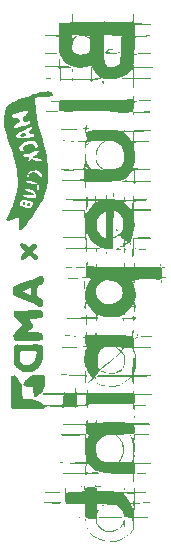
<source format=gbr>
%TF.GenerationSoftware,KiCad,Pcbnew,9.0.6*%
%TF.CreationDate,2025-11-22T23:37:22-05:00*%
%TF.ProjectId,DEVBOARD,44455642-4f41-4524-942e-6b696361645f,rev?*%
%TF.SameCoordinates,Original*%
%TF.FileFunction,Legend,Bot*%
%TF.FilePolarity,Positive*%
%FSLAX46Y46*%
G04 Gerber Fmt 4.6, Leading zero omitted, Abs format (unit mm)*
G04 Created by KiCad (PCBNEW 9.0.6) date 2025-11-22 23:37:22*
%MOMM*%
%LPD*%
G01*
G04 APERTURE LIST*
%ADD10C,0.000000*%
G04 APERTURE END LIST*
D10*
%TO.C,G\u002A\u002A\u002A*%
G36*
X99526418Y-72148870D02*
G01*
X99531176Y-72230353D01*
X99515138Y-72355433D01*
X99496410Y-72449626D01*
X99479125Y-72558745D01*
X99488084Y-72628734D01*
X99536578Y-72667529D01*
X99637897Y-72683067D01*
X99805334Y-72683284D01*
X100052178Y-72676118D01*
X100239841Y-72672499D01*
X100453963Y-72674938D01*
X100586292Y-72686467D01*
X100631569Y-72706806D01*
X100608871Y-72736351D01*
X100531524Y-72763039D01*
X100390005Y-72787400D01*
X100174816Y-72811054D01*
X99876459Y-72835621D01*
X99468977Y-72865981D01*
X99482481Y-73189328D01*
X99495985Y-73512675D01*
X100249179Y-73506142D01*
X100353308Y-73505547D01*
X100624363Y-73507635D01*
X100828630Y-73515174D01*
X100957502Y-73527720D01*
X101002372Y-73544833D01*
X101002371Y-73545258D01*
X100988345Y-73579346D01*
X100939120Y-73605044D01*
X100843196Y-73623836D01*
X100689074Y-73637210D01*
X100465255Y-73646649D01*
X100160240Y-73653642D01*
X99480334Y-73665829D01*
X99460449Y-73799936D01*
X99458803Y-73898178D01*
X99474880Y-74060642D01*
X99506172Y-74240265D01*
X99538103Y-74408593D01*
X99573320Y-74816001D01*
X99537666Y-75197942D01*
X99429627Y-75580944D01*
X99403039Y-75654335D01*
X99343893Y-75828489D01*
X99302803Y-75965543D01*
X99287408Y-76040798D01*
X99272952Y-76101054D01*
X99214513Y-76195648D01*
X99171651Y-76254501D01*
X99170641Y-76318849D01*
X99217328Y-76422604D01*
X99236989Y-76462663D01*
X99276155Y-76574461D01*
X99269170Y-76622716D01*
X99224516Y-76598489D01*
X99150675Y-76492840D01*
X99044601Y-76307800D01*
X98866919Y-76472470D01*
X98841959Y-76496278D01*
X98730373Y-76632120D01*
X98693405Y-76741456D01*
X98731563Y-76815495D01*
X98845356Y-76845449D01*
X98965899Y-76858235D01*
X99102007Y-76889861D01*
X99116268Y-76894940D01*
X99149722Y-76914594D01*
X99104791Y-76922400D01*
X98974515Y-76920004D01*
X98839302Y-76916671D01*
X98763589Y-76928640D01*
X98735106Y-76968751D01*
X98730466Y-77049406D01*
X98718065Y-77162029D01*
X98684854Y-77257983D01*
X98659304Y-77270016D01*
X98643993Y-77202921D01*
X98638503Y-77049406D01*
X98634404Y-76884182D01*
X98614780Y-76752204D01*
X98569014Y-76690939D01*
X98486367Y-76688327D01*
X98356097Y-76732308D01*
X98151825Y-76814266D01*
X98337226Y-76870336D01*
X98522627Y-76926405D01*
X98233244Y-76929968D01*
X97943861Y-76933530D01*
X98004313Y-76864004D01*
X98082299Y-76864004D01*
X98105474Y-76887179D01*
X98128649Y-76864004D01*
X98105474Y-76840829D01*
X98082299Y-76864004D01*
X98004313Y-76864004D01*
X98041738Y-76820962D01*
X98064747Y-76797946D01*
X98105474Y-76772173D01*
X98196361Y-76714658D01*
X98365884Y-76654112D01*
X98446263Y-76631394D01*
X98552236Y-76586922D01*
X98594916Y-76546516D01*
X98597427Y-76520265D01*
X98611692Y-76415347D01*
X98628749Y-76306169D01*
X98731204Y-76306169D01*
X98731576Y-76328796D01*
X98744492Y-76429229D01*
X98770115Y-76470026D01*
X98810189Y-76439705D01*
X98861419Y-76355034D01*
X98879736Y-76310989D01*
X98883778Y-76240528D01*
X98822509Y-76191177D01*
X98762256Y-76168243D01*
X98736505Y-76200244D01*
X98731204Y-76306169D01*
X98628749Y-76306169D01*
X98633665Y-76274706D01*
X98638691Y-76241667D01*
X98646821Y-76090267D01*
X98621632Y-76008191D01*
X98610309Y-76001092D01*
X98521219Y-75980227D01*
X98372332Y-75965653D01*
X98188905Y-75960172D01*
X98124356Y-75959626D01*
X97960844Y-75952623D01*
X97846947Y-75939246D01*
X97804197Y-75921651D01*
X97804228Y-75921051D01*
X97816469Y-75908071D01*
X97920073Y-75908071D01*
X98209762Y-75910946D01*
X98347180Y-75910384D01*
X98457249Y-75905697D01*
X98499452Y-75897830D01*
X98474320Y-75864235D01*
X98405350Y-75796677D01*
X98363079Y-75760552D01*
X98308008Y-75736499D01*
X98236485Y-75752417D01*
X98115660Y-75809793D01*
X97920073Y-75908071D01*
X97816469Y-75908071D01*
X97843457Y-75879454D01*
X97942677Y-75809023D01*
X98080949Y-75724662D01*
X98243826Y-75620683D01*
X98308008Y-75561067D01*
X98366731Y-75506521D01*
X98451161Y-75370969D01*
X98532090Y-75175684D01*
X98608347Y-74833833D01*
X98600060Y-74483406D01*
X98589300Y-74409688D01*
X98561739Y-74286619D01*
X98514465Y-74189820D01*
X98430575Y-74090440D01*
X98293163Y-73959630D01*
X98292412Y-73958939D01*
X98088052Y-73779616D01*
X97940085Y-73669010D01*
X97849635Y-73627835D01*
X97817826Y-73656809D01*
X97816774Y-73676101D01*
X97810001Y-73776885D01*
X97798108Y-73944164D01*
X97782361Y-74160244D01*
X97764030Y-74407435D01*
X97755008Y-74541706D01*
X97738414Y-74869889D01*
X97725469Y-75237512D01*
X97717311Y-75608721D01*
X97715080Y-75947665D01*
X97714500Y-76201354D01*
X97710791Y-76446207D01*
X97704384Y-76645658D01*
X97695801Y-76783944D01*
X97685557Y-76845301D01*
X97638645Y-76870525D01*
X97520617Y-76876718D01*
X97323038Y-76860415D01*
X97111820Y-76840559D01*
X96771586Y-76832902D01*
X96478216Y-76863295D01*
X96411325Y-76878501D01*
X96355026Y-76918817D01*
X96355118Y-76998486D01*
X96356866Y-77074863D01*
X96325350Y-77139409D01*
X96287882Y-77125955D01*
X96274635Y-77028966D01*
X96274635Y-76887179D01*
X95909626Y-76887179D01*
X95544617Y-76887179D01*
X95513560Y-77037818D01*
X95492644Y-77123684D01*
X95469017Y-77149927D01*
X95434362Y-77104528D01*
X95412490Y-77045764D01*
X95414480Y-76946957D01*
X95418234Y-76928668D01*
X95403765Y-76908141D01*
X95355020Y-76894731D01*
X95260327Y-76887760D01*
X95108018Y-76886550D01*
X94886422Y-76890422D01*
X94583870Y-76898700D01*
X94314301Y-76904805D01*
X94074583Y-76906631D01*
X93882778Y-76904269D01*
X93753792Y-76897906D01*
X93702529Y-76887727D01*
X93700617Y-76862466D01*
X93747363Y-76836490D01*
X93856657Y-76817513D01*
X94036015Y-76804788D01*
X94292955Y-76797570D01*
X94634992Y-76795112D01*
X95382391Y-76794479D01*
X95411359Y-76649634D01*
X95413908Y-76636552D01*
X95438542Y-76408757D01*
X95427501Y-76200963D01*
X95382391Y-76046583D01*
X95324453Y-75936997D01*
X94304745Y-75946145D01*
X94108340Y-75947540D01*
X93805222Y-75947467D01*
X93587596Y-75943682D01*
X93450786Y-75935986D01*
X93390116Y-75924182D01*
X93400913Y-75908075D01*
X93448025Y-75897263D01*
X93590111Y-75884103D01*
X93804982Y-75875871D01*
X94080552Y-75872958D01*
X94404729Y-75875752D01*
X94424181Y-75876072D01*
X94700290Y-75879037D01*
X94942949Y-75878842D01*
X95137352Y-75875717D01*
X95268694Y-75869890D01*
X95322168Y-75861590D01*
X95326800Y-75840116D01*
X95331850Y-75738065D01*
X95333140Y-75612401D01*
X95462469Y-75612401D01*
X95463262Y-75732457D01*
X95471715Y-75864310D01*
X95486576Y-75979008D01*
X95506596Y-76047602D01*
X95508790Y-76052210D01*
X95522373Y-76129411D01*
X95532827Y-76268719D01*
X95538039Y-76443560D01*
X95541647Y-76794479D01*
X95904917Y-76794479D01*
X96009719Y-76794088D01*
X96152426Y-76789018D01*
X96232999Y-76773663D01*
X96271570Y-76742546D01*
X96288274Y-76690190D01*
X96308361Y-76585902D01*
X96314673Y-76690190D01*
X96315986Y-76706495D01*
X96336717Y-76763518D01*
X96399519Y-76788774D01*
X96529562Y-76794479D01*
X96591862Y-76793946D01*
X96696210Y-76789801D01*
X96736879Y-76782891D01*
X96706797Y-76764334D01*
X96612563Y-76717880D01*
X96476687Y-76655428D01*
X96166742Y-76466404D01*
X95899199Y-76196086D01*
X95676961Y-75846995D01*
X95666019Y-75825774D01*
X95586155Y-75677579D01*
X95520988Y-75567499D01*
X95483727Y-75518019D01*
X95470586Y-75533088D01*
X95462469Y-75612401D01*
X95333140Y-75612401D01*
X95333630Y-75564660D01*
X95332170Y-75333187D01*
X95327500Y-75056932D01*
X95321082Y-74805308D01*
X96345305Y-74805308D01*
X96361044Y-75029829D01*
X96397109Y-75233662D01*
X96451626Y-75393194D01*
X96522723Y-75484812D01*
X96579955Y-75539452D01*
X96651893Y-75635719D01*
X96676484Y-75668161D01*
X96783500Y-75768037D01*
X96917295Y-75858849D01*
X97108941Y-75966103D01*
X97109271Y-75163594D01*
X97110036Y-74983424D01*
X97113905Y-74693681D01*
X97120471Y-74425403D01*
X97129097Y-74202335D01*
X97139148Y-74048219D01*
X97141513Y-74022489D01*
X97151190Y-73854419D01*
X97141914Y-73762983D01*
X97112597Y-73735355D01*
X97083540Y-73738581D01*
X96958154Y-73788958D01*
X96805259Y-73885803D01*
X96649311Y-74010211D01*
X96514764Y-74143277D01*
X96426071Y-74266096D01*
X96382292Y-74388657D01*
X96351763Y-74583714D01*
X96345305Y-74805308D01*
X95321082Y-74805308D01*
X95319650Y-74749181D01*
X95287635Y-73665829D01*
X94270935Y-73679160D01*
X93909247Y-73682170D01*
X93623070Y-73680397D01*
X93424984Y-73673564D01*
X93312708Y-73661591D01*
X93283960Y-73644397D01*
X93327010Y-73629435D01*
X93459994Y-73615212D01*
X93678149Y-73604828D01*
X93977440Y-73598465D01*
X94353831Y-73596303D01*
X95393978Y-73596303D01*
X95400923Y-73978694D01*
X95402855Y-74058333D01*
X95409069Y-74185206D01*
X95417111Y-74243851D01*
X95425733Y-74222033D01*
X95447550Y-74106119D01*
X95482765Y-73990282D01*
X95483727Y-73987997D01*
X95497334Y-73955673D01*
X95548326Y-73833885D01*
X95608593Y-73689383D01*
X95610171Y-73685649D01*
X95689531Y-73546014D01*
X95811631Y-73380935D01*
X95950714Y-73225348D01*
X96063999Y-73102243D01*
X96159118Y-72969117D01*
X96194165Y-72873042D01*
X96184088Y-72854698D01*
X96320985Y-72854698D01*
X96321956Y-72865541D01*
X96355748Y-72900338D01*
X96382376Y-72893970D01*
X96435238Y-72867238D01*
X98463051Y-72867238D01*
X98499452Y-72901048D01*
X98538747Y-72923530D01*
X98603741Y-72946689D01*
X98611888Y-72945561D01*
X98617718Y-72935811D01*
X98686608Y-72935811D01*
X98705837Y-72983354D01*
X98762256Y-73051883D01*
X98782757Y-73076785D01*
X98898078Y-73179150D01*
X98974395Y-73243811D01*
X99114706Y-73387612D01*
X99218627Y-73524907D01*
X99275759Y-73612923D01*
X99318035Y-73652947D01*
X99332246Y-73617608D01*
X99332318Y-73615467D01*
X99338674Y-73522260D01*
X99352039Y-73370067D01*
X99369623Y-73190738D01*
X99404216Y-72854698D01*
X99044535Y-72854698D01*
X99012788Y-72854739D01*
X98841885Y-72858175D01*
X98742720Y-72870076D01*
X98697043Y-72894576D01*
X98686608Y-72935811D01*
X98617718Y-72935811D01*
X98638503Y-72901048D01*
X98615594Y-72872301D01*
X98534215Y-72855407D01*
X98509087Y-72855923D01*
X98463051Y-72867238D01*
X96435238Y-72867238D01*
X96460036Y-72854698D01*
X96476349Y-72843639D01*
X96483749Y-72831522D01*
X98360401Y-72831522D01*
X98383576Y-72854698D01*
X98406752Y-72831522D01*
X98383576Y-72808347D01*
X98360401Y-72831522D01*
X96483749Y-72831522D01*
X96493000Y-72816375D01*
X96425273Y-72809057D01*
X96360241Y-72818796D01*
X96320985Y-72854698D01*
X96184088Y-72854698D01*
X96166485Y-72822654D01*
X96073419Y-72826589D01*
X96051748Y-72831518D01*
X95926279Y-72847360D01*
X95776368Y-72854065D01*
X95579379Y-72854698D01*
X95578746Y-73121212D01*
X95576416Y-73242203D01*
X95560814Y-73436704D01*
X95534908Y-73555790D01*
X95503817Y-73596257D01*
X95472659Y-73554902D01*
X95446552Y-73428522D01*
X95430615Y-73213913D01*
X95417153Y-72831522D01*
X94513322Y-72785172D01*
X94465907Y-72782691D01*
X94197605Y-72766643D01*
X93969970Y-72749667D01*
X93795991Y-72732978D01*
X93688655Y-72717793D01*
X93660948Y-72705328D01*
X93693002Y-72697845D01*
X93807382Y-72688520D01*
X93986514Y-72681915D01*
X94213659Y-72678571D01*
X94472079Y-72679031D01*
X94641329Y-72679797D01*
X94889456Y-72677758D01*
X95099263Y-72672232D01*
X95252629Y-72663771D01*
X95331433Y-72652926D01*
X95401580Y-72605007D01*
X95460254Y-72503513D01*
X95465537Y-72485211D01*
X95510743Y-72420229D01*
X95557710Y-72435742D01*
X95579379Y-72526524D01*
X95579397Y-72528617D01*
X95600591Y-72580896D01*
X95675141Y-72614740D01*
X95822719Y-72639262D01*
X95867744Y-72644668D01*
X96045308Y-72663812D01*
X96152231Y-72664322D01*
X96206425Y-72639456D01*
X96225805Y-72582472D01*
X96228284Y-72486630D01*
X96229131Y-72451366D01*
X96245008Y-72336090D01*
X96274635Y-72275318D01*
X96287232Y-72273411D01*
X96311951Y-72326173D01*
X96320985Y-72452244D01*
X96320985Y-72657817D01*
X96425273Y-72666465D01*
X96577859Y-72679119D01*
X96672725Y-72684602D01*
X96857597Y-72684811D01*
X97005645Y-72672640D01*
X97069976Y-72661395D01*
X97112597Y-72645108D01*
X97143060Y-72633466D01*
X97166961Y-72572369D01*
X97162380Y-72448501D01*
X97160280Y-72407703D01*
X97168249Y-72294307D01*
X97198098Y-72252143D01*
X97209290Y-72256877D01*
X97236929Y-72321457D01*
X97247992Y-72437544D01*
X97247992Y-72622946D01*
X97468304Y-72622946D01*
X97603201Y-72632825D01*
X97803142Y-72665228D01*
X98001333Y-72712375D01*
X98016426Y-72716641D01*
X98166947Y-72753155D01*
X98273568Y-72768281D01*
X98314051Y-72758725D01*
X98315448Y-72753080D01*
X98369039Y-72726469D01*
X98383576Y-72725002D01*
X98476277Y-72715646D01*
X98534215Y-72712762D01*
X98562250Y-72711366D01*
X98624049Y-72682416D01*
X98639213Y-72611358D01*
X98647510Y-72540270D01*
X98684854Y-72437544D01*
X98704311Y-72414774D01*
X98724254Y-72436422D01*
X98730494Y-72541833D01*
X98731204Y-72715646D01*
X99044535Y-72715646D01*
X99075143Y-72715646D01*
X99419081Y-72715646D01*
X99451285Y-72414933D01*
X99472106Y-72267473D01*
X99496333Y-72166438D01*
X99518458Y-72135833D01*
X99526418Y-72148870D01*
G37*
G36*
X95481112Y-66442420D02*
G01*
X95481575Y-66457285D01*
X95491759Y-66570557D01*
X95520203Y-66614613D01*
X95579379Y-66610828D01*
X95635338Y-66606101D01*
X95672080Y-66635119D01*
X95649308Y-66668537D01*
X95567792Y-66698463D01*
X95513447Y-66714376D01*
X95468863Y-66772529D01*
X95448565Y-66896361D01*
X95443936Y-66955246D01*
X95443009Y-67034811D01*
X95464367Y-67039868D01*
X95503412Y-66998518D01*
X98684854Y-66998518D01*
X98697021Y-67019870D01*
X98762090Y-67089498D01*
X98864555Y-67182652D01*
X98910950Y-67226096D01*
X99042944Y-67383091D01*
X99142895Y-67546313D01*
X99169920Y-67600537D01*
X99252557Y-67718691D01*
X99333996Y-67756157D01*
X99373587Y-67750360D01*
X99378194Y-67749685D01*
X99409525Y-67713204D01*
X99423595Y-67625737D01*
X99427092Y-67466468D01*
X99430153Y-67330370D01*
X99440556Y-67174211D01*
X99455674Y-67072490D01*
X99465157Y-67022789D01*
X99449792Y-66991785D01*
X99392457Y-66975518D01*
X99276242Y-66969239D01*
X99084238Y-66968201D01*
X99006838Y-66968777D01*
X98842048Y-66974453D01*
X98727675Y-66984901D01*
X98684854Y-66998518D01*
X95503412Y-66998518D01*
X95518091Y-66982973D01*
X95537707Y-66963186D01*
X95635101Y-66903704D01*
X95784445Y-66857386D01*
X95993819Y-66823184D01*
X96271307Y-66800050D01*
X96624992Y-66786938D01*
X97062955Y-66782800D01*
X97412429Y-66784903D01*
X97700134Y-66792104D01*
X97919440Y-66805158D01*
X98082732Y-66824814D01*
X98202396Y-66851824D01*
X98381652Y-66900367D01*
X98512460Y-66916756D01*
X98588381Y-66893462D01*
X98624937Y-66829671D01*
X98648016Y-66779320D01*
X98690879Y-66763349D01*
X98702033Y-66772908D01*
X98706050Y-66832353D01*
X98705914Y-66839119D01*
X98760670Y-66858192D01*
X98888949Y-66870889D01*
X99076096Y-66875501D01*
X99084238Y-66875467D01*
X99129180Y-66875279D01*
X99324854Y-66868067D01*
X99437013Y-66849935D01*
X99472810Y-66819880D01*
X99478447Y-66793933D01*
X99518161Y-66809611D01*
X99582257Y-66829015D01*
X99723588Y-66833991D01*
X99923727Y-66822179D01*
X100140209Y-66806343D01*
X100410618Y-66793244D01*
X100654744Y-66787507D01*
X100781389Y-66788022D01*
X100910869Y-66794541D01*
X100961941Y-66809253D01*
X100943233Y-66833535D01*
X100937709Y-66836463D01*
X100840033Y-66865132D01*
X100674635Y-66894529D01*
X100464008Y-66922053D01*
X100230644Y-66945102D01*
X99997036Y-66961078D01*
X99785675Y-66967378D01*
X99519160Y-66968201D01*
X99518650Y-67188365D01*
X99517906Y-67238320D01*
X99507680Y-67422660D01*
X99489410Y-67582344D01*
X99460681Y-67756157D01*
X100185176Y-67756157D01*
X100280857Y-67756364D01*
X100563063Y-67760527D01*
X100758779Y-67770303D01*
X100872737Y-67786029D01*
X100909671Y-67808044D01*
X100895869Y-67825037D01*
X100818671Y-67839238D01*
X100666291Y-67839870D01*
X100430421Y-67827266D01*
X100304160Y-67820116D01*
X100077684Y-67813748D01*
X99879130Y-67815746D01*
X99740694Y-67826163D01*
X99643144Y-67842240D01*
X99561661Y-67873299D01*
X99525273Y-67939256D01*
X99506447Y-68068609D01*
X99504970Y-68084015D01*
X99504373Y-68242629D01*
X99520418Y-68446372D01*
X99550117Y-68655143D01*
X99587970Y-68962765D01*
X99578685Y-69393278D01*
X99493094Y-69785606D01*
X99451898Y-69919929D01*
X99429407Y-70026258D01*
X99436342Y-70065419D01*
X99473520Y-70027325D01*
X99510794Y-69988001D01*
X99553923Y-70011290D01*
X99612866Y-70035682D01*
X99757507Y-70059311D01*
X99979866Y-70080604D01*
X100272354Y-70098637D01*
X100328206Y-70101521D01*
X100586883Y-70118566D01*
X100784853Y-70138141D01*
X100911452Y-70158980D01*
X100956022Y-70179816D01*
X100920430Y-70197311D01*
X100794249Y-70207910D01*
X100577873Y-70208613D01*
X100272354Y-70199392D01*
X99588686Y-70171645D01*
X99585478Y-70649723D01*
X99582271Y-71127801D01*
X100303909Y-71105125D01*
X100497670Y-71099500D01*
X100717073Y-71095501D01*
X100862495Y-71097370D01*
X100945076Y-71105777D01*
X100975954Y-71121389D01*
X100966270Y-71144876D01*
X100953566Y-71154943D01*
X100879775Y-71179940D01*
X100744467Y-71197863D01*
X100537278Y-71209748D01*
X100247839Y-71216630D01*
X100126192Y-71218402D01*
X99903074Y-71222806D01*
X99752856Y-71229524D01*
X99661691Y-71240930D01*
X99615734Y-71259398D01*
X99601138Y-71287303D01*
X99604055Y-71327020D01*
X99602925Y-71392209D01*
X99557704Y-71407741D01*
X99518230Y-71375977D01*
X99481174Y-71286742D01*
X99477946Y-71268180D01*
X99457275Y-71223567D01*
X99405343Y-71198878D01*
X99301681Y-71188316D01*
X99125821Y-71186084D01*
X98981432Y-71189365D01*
X98824329Y-71208279D01*
X98758242Y-71244022D01*
X98734606Y-71278109D01*
X98704166Y-71244022D01*
X98677064Y-71213605D01*
X98591026Y-71186084D01*
X98542020Y-71179642D01*
X98478133Y-71142736D01*
X98474590Y-71133045D01*
X98515053Y-71101630D01*
X98639306Y-71084217D01*
X98840959Y-71081303D01*
X99113627Y-71093384D01*
X99472875Y-71116559D01*
X99472842Y-70644203D01*
X99471169Y-70513829D01*
X99461981Y-70329724D01*
X99446353Y-70199670D01*
X99426084Y-70142969D01*
X99404741Y-70145526D01*
X99350984Y-70205827D01*
X99291602Y-70318818D01*
X99284534Y-70335065D01*
X99112775Y-70625306D01*
X98882074Y-70847386D01*
X98588213Y-71004396D01*
X98226973Y-71099430D01*
X98078154Y-71121338D01*
X97782636Y-71154452D01*
X97452882Y-71181134D01*
X97104702Y-71201038D01*
X96753905Y-71213818D01*
X96416302Y-71219128D01*
X96107702Y-71216623D01*
X95843915Y-71205957D01*
X95640752Y-71186784D01*
X95514023Y-71158759D01*
X95511249Y-71157680D01*
X95464705Y-71146655D01*
X95442739Y-71172413D01*
X95441003Y-71253352D01*
X95455148Y-71407874D01*
X95464212Y-71541092D01*
X95461102Y-71660941D01*
X95444249Y-71716691D01*
X95428144Y-71722763D01*
X95384810Y-71685281D01*
X95357273Y-71565791D01*
X95347628Y-71371769D01*
X95345977Y-71258193D01*
X95329054Y-71178117D01*
X95277971Y-71142081D01*
X95173815Y-71123021D01*
X95108681Y-71117261D01*
X94950941Y-71110678D01*
X94733963Y-71106241D01*
X94477338Y-71104310D01*
X94200657Y-71105242D01*
X94178241Y-71105433D01*
X93870025Y-71106053D01*
X93643074Y-71101664D01*
X93486724Y-71091604D01*
X93390313Y-71075208D01*
X93343175Y-71051811D01*
X93327132Y-71030070D01*
X93343408Y-71010877D01*
X93423497Y-71009542D01*
X93581259Y-71024475D01*
X93625024Y-71028448D01*
X93805256Y-71036143D01*
X94043298Y-71038012D01*
X94313292Y-71034058D01*
X94589379Y-71024287D01*
X95301278Y-70990923D01*
X95301278Y-70572554D01*
X95301278Y-70189552D01*
X95393978Y-70189552D01*
X95417153Y-70212727D01*
X95440328Y-70189552D01*
X95417153Y-70166376D01*
X95393978Y-70189552D01*
X95301278Y-70189552D01*
X95301278Y-70154186D01*
X94942063Y-70184656D01*
X94621205Y-70210818D01*
X94273773Y-70235264D01*
X93999561Y-70248579D01*
X93787905Y-70250812D01*
X93628141Y-70242009D01*
X93509603Y-70222220D01*
X93421628Y-70191491D01*
X93370336Y-70166020D01*
X93289906Y-70113743D01*
X93296125Y-70087925D01*
X93387101Y-70089542D01*
X93560944Y-70119570D01*
X93663601Y-70134917D01*
X93886890Y-70149547D01*
X94161937Y-70152456D01*
X94464094Y-70144051D01*
X94768713Y-70124740D01*
X95051146Y-70094931D01*
X95287692Y-70063535D01*
X95294661Y-69933178D01*
X95393978Y-69933178D01*
X95397789Y-70026553D01*
X95417153Y-70086084D01*
X95421438Y-70099256D01*
X95475091Y-70116768D01*
X95563459Y-70108509D01*
X95640643Y-70073728D01*
X95633572Y-70006178D01*
X95544617Y-69898416D01*
X95393978Y-69746331D01*
X95393978Y-69933178D01*
X95294661Y-69933178D01*
X95318266Y-69491625D01*
X95333759Y-69261605D01*
X95353451Y-69056630D01*
X95374777Y-68899667D01*
X95393978Y-68818241D01*
X95395207Y-68813027D01*
X95402230Y-68797688D01*
X95422112Y-68776392D01*
X95425871Y-68832746D01*
X95414334Y-68973707D01*
X95414213Y-68974900D01*
X95423664Y-69301667D01*
X95521438Y-69600849D01*
X95708244Y-69874615D01*
X95880657Y-70069532D01*
X96358286Y-70123141D01*
X96506069Y-70138558D01*
X96681434Y-70153270D01*
X96805370Y-70159208D01*
X96857591Y-70155075D01*
X96857256Y-70144977D01*
X96810120Y-70094301D01*
X96714614Y-70022424D01*
X96647292Y-69968877D01*
X96517856Y-69835665D01*
X96404087Y-69686019D01*
X96321621Y-69536577D01*
X96243547Y-69272836D01*
X96241806Y-68982810D01*
X96315115Y-68651570D01*
X96395748Y-68418002D01*
X96514709Y-68166244D01*
X96649676Y-67985205D01*
X96808609Y-67862153D01*
X96898716Y-67813168D01*
X97001471Y-67766143D01*
X97034273Y-67764423D01*
X96992459Y-67806018D01*
X96871367Y-67888938D01*
X96816679Y-67926685D01*
X96612618Y-68132009D01*
X96454617Y-68400500D01*
X96351427Y-68713934D01*
X96311801Y-69054086D01*
X96321622Y-69217450D01*
X96399353Y-69504020D01*
X96544778Y-69755862D01*
X96746530Y-69955751D01*
X96993238Y-70086463D01*
X97003850Y-70090009D01*
X97113343Y-70117096D01*
X97239643Y-70126924D01*
X97407577Y-70119870D01*
X97641971Y-70096310D01*
X97815368Y-70073511D01*
X98117228Y-70010936D01*
X98341245Y-69920911D01*
X98496799Y-69794137D01*
X98593271Y-69621314D01*
X98640038Y-69393141D01*
X98646482Y-69100318D01*
X98623556Y-68795206D01*
X98566496Y-68489574D01*
X98479818Y-68251378D01*
X98366606Y-68091745D01*
X98310126Y-68045066D01*
X98168978Y-67947946D01*
X98098908Y-67907233D01*
X99352117Y-67907233D01*
X99376597Y-68008194D01*
X99430657Y-68126960D01*
X99436018Y-68136244D01*
X99462184Y-68163037D01*
X99466024Y-68103785D01*
X99457228Y-68009125D01*
X99424022Y-67891911D01*
X99373587Y-67848858D01*
X99362988Y-67852207D01*
X99352117Y-67907233D01*
X98098908Y-67907233D01*
X98012773Y-67857186D01*
X97989831Y-67845318D01*
X97897043Y-67801876D01*
X97804280Y-67770995D01*
X97692997Y-67749980D01*
X97544651Y-67736140D01*
X97340697Y-67726782D01*
X97062591Y-67719213D01*
X96962886Y-67717211D01*
X96685388Y-67714923D01*
X96423761Y-67717087D01*
X96203595Y-67723344D01*
X96050478Y-67733338D01*
X96046419Y-67733768D01*
X95884444Y-67754887D01*
X95785290Y-67784895D01*
X95719854Y-67838420D01*
X95659031Y-67930092D01*
X95631275Y-67973671D01*
X95573916Y-68039396D01*
X95542390Y-68039169D01*
X95550469Y-67979202D01*
X95605827Y-67891592D01*
X95652830Y-67836866D01*
X95652900Y-67810366D01*
X95575821Y-67817840D01*
X95525492Y-67829238D01*
X95490499Y-67858213D01*
X95471474Y-67922875D01*
X95463156Y-68042231D01*
X95460286Y-68235282D01*
X95459164Y-68309060D01*
X95451983Y-68482107D01*
X95440142Y-68609240D01*
X95425523Y-68667069D01*
X95417763Y-68661736D01*
X95405538Y-68590287D01*
X95397115Y-68454784D01*
X95393978Y-68273737D01*
X95393978Y-67848858D01*
X94942063Y-67843374D01*
X94902180Y-67842737D01*
X94722774Y-67834278D01*
X94630791Y-67819852D01*
X94622137Y-67802418D01*
X94692717Y-67784933D01*
X94838437Y-67770355D01*
X95055203Y-67761641D01*
X95190181Y-67753678D01*
X95313263Y-67733930D01*
X95372195Y-67707556D01*
X95400327Y-67686008D01*
X95473421Y-67718038D01*
X95501772Y-67738280D01*
X95525173Y-67731569D01*
X95526999Y-67665195D01*
X95510251Y-67523299D01*
X95492838Y-67419332D01*
X95463219Y-67304812D01*
X95434935Y-67254028D01*
X95418166Y-67225009D01*
X95400737Y-67124954D01*
X95393978Y-66981213D01*
X95393978Y-66723848D01*
X94872537Y-66752906D01*
X94471093Y-66775175D01*
X94110323Y-66794757D01*
X93825580Y-66809396D01*
X93608212Y-66819284D01*
X93449567Y-66824618D01*
X93340993Y-66825591D01*
X93273839Y-66822399D01*
X93239453Y-66815237D01*
X93229181Y-66804298D01*
X93234374Y-66789778D01*
X93274836Y-66769555D01*
X93402218Y-66751036D01*
X93617103Y-66740064D01*
X93921951Y-66736449D01*
X93937212Y-66736436D01*
X94220451Y-66732030D01*
X94510811Y-66720861D01*
X94775023Y-66704553D01*
X94979820Y-66684735D01*
X95383071Y-66633020D01*
X95429308Y-66441395D01*
X95475546Y-66249771D01*
X95481112Y-66442420D01*
G37*
G36*
X92398125Y-63552028D02*
G01*
X92511583Y-63579983D01*
X92543431Y-63611037D01*
X92588655Y-63655135D01*
X92612957Y-63787768D01*
X92612957Y-63941300D01*
X92091515Y-63973329D01*
X91893313Y-63987093D01*
X91608025Y-64013656D01*
X91380808Y-64043824D01*
X91223202Y-64075948D01*
X91146746Y-64108378D01*
X91143792Y-64115156D01*
X91139916Y-64193065D01*
X91145660Y-64341946D01*
X91159404Y-64545322D01*
X91179529Y-64786715D01*
X91204415Y-65049649D01*
X91232442Y-65317646D01*
X91261991Y-65574228D01*
X91291441Y-65802920D01*
X91319174Y-65987243D01*
X91343569Y-66110719D01*
X91355788Y-66157609D01*
X91385405Y-66265310D01*
X91403286Y-66330332D01*
X91468229Y-66558187D01*
X91543675Y-66817000D01*
X91622682Y-67082600D01*
X91786843Y-67645006D01*
X91919962Y-68141750D01*
X92024605Y-68587651D01*
X92104145Y-69000203D01*
X92161952Y-69396903D01*
X92201397Y-69795246D01*
X92225852Y-70212727D01*
X92234654Y-70474095D01*
X92235377Y-70736486D01*
X92223236Y-70972579D01*
X92196175Y-71218539D01*
X92152141Y-71510537D01*
X92136992Y-71600245D01*
X92069531Y-71937685D01*
X91994446Y-72229608D01*
X91917600Y-72452468D01*
X91878579Y-72533972D01*
X91781676Y-72709060D01*
X91646628Y-72935721D01*
X91482753Y-73199616D01*
X91299374Y-73486410D01*
X91105809Y-73781765D01*
X90911381Y-74071345D01*
X90725409Y-74340812D01*
X90557214Y-74575830D01*
X90416116Y-74762061D01*
X90350093Y-74842615D01*
X90182093Y-75023784D01*
X90027447Y-75158606D01*
X89898909Y-75236863D01*
X89809232Y-75248337D01*
X89788710Y-75234511D01*
X89764273Y-75184016D01*
X89749122Y-75085740D01*
X89741396Y-74924734D01*
X89739234Y-74686050D01*
X89739234Y-74150624D01*
X89544474Y-74249983D01*
X89478825Y-74281160D01*
X89339140Y-74341029D01*
X89177849Y-74405418D01*
X89021664Y-74464088D01*
X88897296Y-74506798D01*
X88831456Y-74523311D01*
X88809593Y-74509019D01*
X88747996Y-74452459D01*
X88731154Y-74434661D01*
X88705242Y-74391062D01*
X88705501Y-74334267D01*
X88737154Y-74247608D01*
X88805427Y-74114420D01*
X88915545Y-73918036D01*
X88993213Y-73769404D01*
X89111094Y-73512684D01*
X89235082Y-73214803D01*
X89278353Y-73101745D01*
X89840862Y-73101745D01*
X89842943Y-73121791D01*
X89864038Y-73207432D01*
X89920306Y-73246905D01*
X90040511Y-73263515D01*
X90057095Y-73265145D01*
X90209007Y-73303964D01*
X90325129Y-73371118D01*
X90382923Y-73412975D01*
X90533496Y-73451819D01*
X90687544Y-73419020D01*
X90811762Y-73318201D01*
X90867709Y-73221838D01*
X90916735Y-73086474D01*
X90935900Y-72964405D01*
X90916984Y-72889138D01*
X90872495Y-72867965D01*
X90772930Y-72854698D01*
X90690582Y-72843876D01*
X90543662Y-72808832D01*
X90376134Y-72757953D01*
X90088952Y-72661208D01*
X89957783Y-72808012D01*
X89934494Y-72835018D01*
X89854597Y-72966643D01*
X89840862Y-73101745D01*
X89278353Y-73101745D01*
X89354315Y-72903269D01*
X89457931Y-72605590D01*
X89535066Y-72349270D01*
X89539150Y-72330693D01*
X90123139Y-72330693D01*
X90145096Y-72393481D01*
X90238063Y-72456715D01*
X90380619Y-72514547D01*
X90551344Y-72561129D01*
X90728817Y-72590614D01*
X90891618Y-72597154D01*
X91018326Y-72574901D01*
X91120013Y-72524548D01*
X91186030Y-72469407D01*
X91215219Y-72393944D01*
X91202564Y-72273999D01*
X91130063Y-72108276D01*
X91103271Y-72060821D01*
X91034111Y-71976837D01*
X90934122Y-71919662D01*
X90772896Y-71868916D01*
X90612704Y-71831637D01*
X90429440Y-71810279D01*
X90313025Y-71827645D01*
X90272263Y-71883478D01*
X90297004Y-71918348D01*
X90406682Y-71969100D01*
X90598603Y-72021545D01*
X90761280Y-72060021D01*
X90906738Y-72102506D01*
X90990157Y-72144227D01*
X91028079Y-72194240D01*
X91037044Y-72261601D01*
X91036232Y-72287422D01*
X91021922Y-72325388D01*
X90974351Y-72341702D01*
X90873913Y-72340001D01*
X90701004Y-72323920D01*
X90554206Y-72309112D01*
X90365563Y-72291884D01*
X90243987Y-72285231D01*
X90173631Y-72289335D01*
X90138649Y-72304376D01*
X90123193Y-72330537D01*
X90123139Y-72330693D01*
X89539150Y-72330693D01*
X89603648Y-72037285D01*
X89661865Y-71466358D01*
X89653004Y-71158375D01*
X90341789Y-71158375D01*
X90368943Y-71210563D01*
X90429441Y-71241619D01*
X90483447Y-71269343D01*
X90684539Y-71317121D01*
X90969030Y-71352908D01*
X91314461Y-71384210D01*
X91285979Y-71626548D01*
X91277740Y-71763557D01*
X91294243Y-71874955D01*
X91337057Y-71911346D01*
X91402320Y-71864824D01*
X91421242Y-71836113D01*
X91463849Y-71717068D01*
X91483840Y-71580790D01*
X91472156Y-71477529D01*
X91438718Y-71429574D01*
X91333094Y-71348134D01*
X91181377Y-71269804D01*
X91002116Y-71199820D01*
X90813857Y-71143418D01*
X90635148Y-71105836D01*
X90484536Y-71092311D01*
X90380567Y-71108078D01*
X90341789Y-71158375D01*
X89653004Y-71158375D01*
X89644103Y-70848969D01*
X89633867Y-70735013D01*
X89628067Y-70681015D01*
X90455180Y-70681015D01*
X90483603Y-70749086D01*
X90484536Y-70750098D01*
X90510270Y-70778030D01*
X90585258Y-70816265D01*
X90633836Y-70769673D01*
X90648353Y-70643172D01*
X90650417Y-70554146D01*
X90683324Y-70468303D01*
X90769887Y-70409199D01*
X90898388Y-70373733D01*
X91068726Y-70380518D01*
X91237785Y-70430282D01*
X91382718Y-70512908D01*
X91480678Y-70618286D01*
X91508819Y-70736299D01*
X91510420Y-70802676D01*
X91549241Y-70859944D01*
X91607823Y-70846229D01*
X91656736Y-70757344D01*
X91674527Y-70681079D01*
X91675867Y-70577015D01*
X91633540Y-70465391D01*
X91549721Y-70357098D01*
X91393790Y-70268522D01*
X91200995Y-70229193D01*
X90993497Y-70237716D01*
X90793457Y-70292695D01*
X90623036Y-70392737D01*
X90504394Y-70536447D01*
X90480504Y-70585680D01*
X90455180Y-70681015D01*
X89628067Y-70681015D01*
X89599153Y-70411844D01*
X89556035Y-70112822D01*
X89500281Y-69819537D01*
X89427658Y-69513577D01*
X89333933Y-69176531D01*
X89256075Y-68923754D01*
X90084117Y-68923754D01*
X90088953Y-68942764D01*
X90093182Y-68959392D01*
X90134087Y-69008584D01*
X90241116Y-69077400D01*
X90413539Y-69100318D01*
X90424015Y-69100368D01*
X90570961Y-69119482D01*
X90634342Y-69175229D01*
X90615173Y-69270704D01*
X90514465Y-69409007D01*
X90365575Y-69578584D01*
X90614593Y-69436364D01*
X90863611Y-69294144D01*
X91070046Y-69382632D01*
X91200995Y-69429757D01*
X91233382Y-69441412D01*
X91433271Y-69467676D01*
X91596296Y-69423140D01*
X91637493Y-69396581D01*
X91684646Y-69328141D01*
X91651187Y-69269997D01*
X91592193Y-69255005D01*
X91467490Y-69235382D01*
X91304870Y-69215652D01*
X91145054Y-69191501D01*
X91012591Y-69157656D01*
X90943404Y-69122360D01*
X90940038Y-69118259D01*
X90917889Y-69078190D01*
X90935840Y-69040695D01*
X91008287Y-68991350D01*
X91149626Y-68915730D01*
X91170212Y-68904504D01*
X91292028Y-68814512D01*
X91385544Y-68708914D01*
X91434498Y-68610073D01*
X91422626Y-68540352D01*
X91385405Y-68524313D01*
X91288824Y-68542537D01*
X91130774Y-68613118D01*
X90963933Y-68682742D01*
X90747968Y-68751589D01*
X90534173Y-68802667D01*
X90374327Y-68833117D01*
X90212053Y-68867120D01*
X90119529Y-68895164D01*
X90084117Y-68923754D01*
X89256075Y-68923754D01*
X89214874Y-68789988D01*
X89066247Y-68335537D01*
X89064032Y-68328884D01*
X89802976Y-68328884D01*
X89850241Y-68473662D01*
X89919009Y-68547280D01*
X90041580Y-68590464D01*
X90131120Y-68582109D01*
X90149930Y-68541743D01*
X90107469Y-68446615D01*
X90080594Y-68357545D01*
X90106906Y-68224535D01*
X90204630Y-68125948D01*
X90255587Y-68103455D01*
X90412369Y-68058248D01*
X90599021Y-68023829D01*
X90776328Y-68006536D01*
X90905073Y-68012710D01*
X90993203Y-68053615D01*
X91084510Y-68176003D01*
X91138146Y-68270449D01*
X91215698Y-68308968D01*
X91305877Y-68256741D01*
X91320426Y-68241305D01*
X91354231Y-68177404D01*
X91345274Y-68090947D01*
X91292246Y-67952794D01*
X91232707Y-67853820D01*
X91110686Y-67763048D01*
X90930667Y-67721103D01*
X90679611Y-67723096D01*
X90548375Y-67739551D01*
X90305668Y-67805748D01*
X90098593Y-67907899D01*
X89938333Y-68035884D01*
X89836066Y-68179585D01*
X89802976Y-68328884D01*
X89064032Y-68328884D01*
X89059249Y-68314515D01*
X88869090Y-67721668D01*
X88769288Y-67378841D01*
X89506291Y-67378841D01*
X89547568Y-67429894D01*
X89648641Y-67460005D01*
X89820421Y-67474272D01*
X90073820Y-67477797D01*
X90140439Y-67477497D01*
X90484730Y-67464519D01*
X90743815Y-67431742D01*
X90922467Y-67378291D01*
X90930667Y-67372319D01*
X91025457Y-67303290D01*
X91050734Y-67269695D01*
X91087980Y-67200957D01*
X91067435Y-67161554D01*
X90977474Y-67142554D01*
X90806472Y-67135023D01*
X90761183Y-67132899D01*
X90626040Y-67101558D01*
X90576258Y-67034732D01*
X90612072Y-66933508D01*
X90733717Y-66798972D01*
X90791317Y-66742137D01*
X90863434Y-66639600D01*
X90857948Y-66574092D01*
X90773979Y-66551048D01*
X90745798Y-66555251D01*
X90633561Y-66595082D01*
X90472511Y-66668495D01*
X90281600Y-66765048D01*
X90079783Y-66874300D01*
X89886011Y-66985810D01*
X89719240Y-67089135D01*
X89598422Y-67173835D01*
X89542510Y-67229469D01*
X89513900Y-67301747D01*
X89506291Y-67378841D01*
X88769288Y-67378841D01*
X88719218Y-67206847D01*
X88608558Y-66765292D01*
X88536035Y-66392242D01*
X88500573Y-66082937D01*
X88501099Y-65832617D01*
X88516744Y-65694244D01*
X88533411Y-65588033D01*
X89146543Y-65588033D01*
X89156786Y-65660721D01*
X89157555Y-65663086D01*
X89221867Y-65745939D01*
X89353824Y-65793256D01*
X89563790Y-65808809D01*
X89570204Y-65808857D01*
X89708837Y-65831005D01*
X89783954Y-65899096D01*
X89827096Y-66015327D01*
X89801452Y-66110292D01*
X89690987Y-66181031D01*
X89528712Y-66265625D01*
X89402874Y-66366704D01*
X89330922Y-66467356D01*
X89322514Y-66553863D01*
X89387302Y-66612508D01*
X89454336Y-66616136D01*
X89595370Y-66596460D01*
X89782960Y-66556691D01*
X89995139Y-66502841D01*
X90209940Y-66440921D01*
X90405396Y-66376942D01*
X90559541Y-66316916D01*
X90650406Y-66266855D01*
X90675516Y-66239535D01*
X90708684Y-66155122D01*
X90701974Y-66076177D01*
X90654654Y-66041452D01*
X90639797Y-66042485D01*
X90543564Y-66060121D01*
X90413329Y-66092625D01*
X90394777Y-66097718D01*
X90280050Y-66120910D01*
X90210043Y-66104419D01*
X90146814Y-66040881D01*
X90101935Y-65976405D01*
X90060561Y-65832055D01*
X90110606Y-65701517D01*
X90251647Y-65586627D01*
X90367909Y-65506504D01*
X90474193Y-65391870D01*
X90517924Y-65282618D01*
X90488582Y-65196089D01*
X90448947Y-65171937D01*
X90361620Y-65169480D01*
X90214055Y-65203468D01*
X90191988Y-65209666D01*
X90027698Y-65255062D01*
X89820382Y-65311507D01*
X89609486Y-65368250D01*
X89411855Y-65424084D01*
X89261119Y-65478087D01*
X89177001Y-65529946D01*
X89146543Y-65588033D01*
X88533411Y-65588033D01*
X88548960Y-65488947D01*
X88590383Y-65269674D01*
X88635562Y-65062881D01*
X88679046Y-64895020D01*
X88715386Y-64792547D01*
X88737931Y-64763237D01*
X88844035Y-64681239D01*
X89017392Y-64578523D01*
X89244065Y-64461490D01*
X89510120Y-64336544D01*
X89801619Y-64210086D01*
X90104625Y-64088520D01*
X90361620Y-63994236D01*
X90405203Y-63978247D01*
X90688705Y-63885902D01*
X92520256Y-63885902D01*
X92543431Y-63909077D01*
X92566607Y-63885902D01*
X92543431Y-63862727D01*
X92520256Y-63885902D01*
X90688705Y-63885902D01*
X90689417Y-63885670D01*
X90751863Y-63866808D01*
X90773979Y-63860017D01*
X90982218Y-63796067D01*
X91205065Y-63726125D01*
X91379708Y-63669713D01*
X91540059Y-63625666D01*
X91765699Y-63583363D01*
X92000427Y-63555681D01*
X92219488Y-63544582D01*
X92398125Y-63552028D01*
G37*
G36*
X96361478Y-91408068D02*
G01*
X96367335Y-91583520D01*
X97398631Y-91552962D01*
X97708112Y-91545189D01*
X97881330Y-91543414D01*
X98093892Y-91541236D01*
X98416308Y-91546393D01*
X98692543Y-91561025D01*
X98939780Y-91585494D01*
X99038200Y-91596238D01*
X99300576Y-91616990D01*
X99610376Y-91633728D01*
X99936839Y-91644956D01*
X100249203Y-91649177D01*
X100466550Y-91650447D01*
X100698859Y-91654627D01*
X100883287Y-91661173D01*
X101004897Y-91669527D01*
X101048747Y-91679127D01*
X101048652Y-91681266D01*
X101016774Y-91713141D01*
X100922556Y-91736697D01*
X100758446Y-91752691D01*
X100516891Y-91761877D01*
X100190339Y-91765013D01*
X99540534Y-91765646D01*
X99557874Y-92109046D01*
X99558970Y-92131158D01*
X99564150Y-92302885D01*
X99556210Y-92406906D01*
X99530953Y-92465555D01*
X99484181Y-92501166D01*
X99464571Y-92508355D01*
X99356921Y-92528471D01*
X99183172Y-92548789D01*
X98962552Y-92567292D01*
X98714289Y-92581962D01*
X98484685Y-92593470D01*
X98292619Y-92605751D01*
X98172200Y-92618538D01*
X98112103Y-92633696D01*
X98101006Y-92653090D01*
X98127583Y-92678583D01*
X98149665Y-92695023D01*
X98298851Y-92856572D01*
X98432460Y-93082759D01*
X98540305Y-93349114D01*
X98612198Y-93631169D01*
X98637953Y-93904453D01*
X98637545Y-93930130D01*
X98614832Y-94145024D01*
X98564187Y-94373607D01*
X98495097Y-94580416D01*
X98417053Y-94729990D01*
X98349240Y-94825789D01*
X98304021Y-94894296D01*
X98307906Y-94906180D01*
X98382442Y-94925000D01*
X98541869Y-94936652D01*
X98781124Y-94940646D01*
X99380109Y-94940646D01*
X99403284Y-94963821D01*
X99426459Y-94940646D01*
X99403284Y-94917471D01*
X99380109Y-94940646D01*
X98781124Y-94940646D01*
X98793258Y-94940644D01*
X99015004Y-94938840D01*
X99163209Y-94931653D01*
X99256172Y-94916098D01*
X99312193Y-94889190D01*
X99349571Y-94847945D01*
X99371467Y-94797464D01*
X99399661Y-94652999D01*
X99403284Y-94615308D01*
X99421678Y-94423953D01*
X99437992Y-94106339D01*
X99442728Y-93978264D01*
X99449163Y-93754447D01*
X99447846Y-93588586D01*
X99435891Y-93456880D01*
X99410412Y-93335529D01*
X99368525Y-93200734D01*
X99307344Y-93028693D01*
X99244185Y-92839784D01*
X99206635Y-92693644D01*
X99200477Y-92615277D01*
X99224325Y-92609994D01*
X99276796Y-92683109D01*
X99356507Y-92839934D01*
X99467692Y-93079915D01*
X99481838Y-92805171D01*
X99495985Y-92530427D01*
X100260766Y-92518851D01*
X100367137Y-92517467D01*
X100650497Y-92517019D01*
X100842511Y-92522748D01*
X100944059Y-92534695D01*
X100956021Y-92552904D01*
X100943075Y-92558347D01*
X100847922Y-92574220D01*
X100684986Y-92587134D01*
X100473188Y-92595878D01*
X100231448Y-92599243D01*
X99576401Y-92599953D01*
X99546603Y-92935993D01*
X99538264Y-93118674D01*
X99543626Y-93352151D01*
X99564064Y-93550135D01*
X99601155Y-93806603D01*
X99611207Y-93987511D01*
X99592373Y-94084805D01*
X99544570Y-94100784D01*
X99525838Y-94097506D01*
X99501738Y-94120778D01*
X99487857Y-94193607D01*
X99482201Y-94330343D01*
X99482776Y-94545335D01*
X99488271Y-95015707D01*
X99666509Y-94985594D01*
X99758185Y-94976473D01*
X99918460Y-94972240D01*
X100114356Y-94974615D01*
X100327544Y-94982502D01*
X100539692Y-94994802D01*
X100732470Y-95010416D01*
X100887546Y-95028247D01*
X100986590Y-95047196D01*
X101011270Y-95066164D01*
X100997547Y-95072635D01*
X100905720Y-95087854D01*
X100745966Y-95100674D01*
X100535996Y-95109905D01*
X100293519Y-95114358D01*
X99619516Y-95118805D01*
X99591635Y-95377353D01*
X99584691Y-95447619D01*
X99568479Y-95642241D01*
X99551765Y-95875449D01*
X99537238Y-96110993D01*
X99532793Y-96182353D01*
X99513536Y-96385690D01*
X99490659Y-96518736D01*
X99467336Y-96577172D01*
X99446744Y-96556680D01*
X99432060Y-96452939D01*
X99426459Y-96261631D01*
X99426459Y-95937179D01*
X98742791Y-95937513D01*
X98615250Y-95937048D01*
X98184510Y-95927861D01*
X97772651Y-95907927D01*
X97394419Y-95878563D01*
X97064559Y-95841085D01*
X96797817Y-95796808D01*
X96608936Y-95747049D01*
X96515346Y-95713528D01*
X96400834Y-95675244D01*
X96343371Y-95665835D01*
X96323306Y-95684041D01*
X96320985Y-95728602D01*
X96338190Y-95769146D01*
X96413685Y-95798128D01*
X96483996Y-95813179D01*
X96500455Y-95859121D01*
X96433070Y-95909045D01*
X96404812Y-95915462D01*
X96291170Y-95926607D01*
X96122305Y-95934306D01*
X95923216Y-95937179D01*
X95816161Y-95937951D01*
X95627867Y-95946142D01*
X95520663Y-95964090D01*
X95486678Y-95992799D01*
X95476985Y-96025046D01*
X95431058Y-95992799D01*
X95414873Y-95982218D01*
X95305596Y-95957172D01*
X95104950Y-95942171D01*
X94812539Y-95937179D01*
X94812110Y-95937179D01*
X94476483Y-95934135D01*
X94157893Y-95925596D01*
X93868950Y-95912429D01*
X93622265Y-95895497D01*
X93430448Y-95875666D01*
X93306110Y-95853802D01*
X93261862Y-95830770D01*
X93303356Y-95810516D01*
X93431989Y-95808607D01*
X93644252Y-95826226D01*
X93648058Y-95826633D01*
X93798978Y-95837915D01*
X94000832Y-95846507D01*
X94235671Y-95852381D01*
X94485547Y-95855508D01*
X94732511Y-95855859D01*
X94958614Y-95853406D01*
X95145908Y-95848119D01*
X95276444Y-95839971D01*
X95332274Y-95828932D01*
X95335173Y-95822127D01*
X95348800Y-95747711D01*
X95351323Y-95728225D01*
X95450862Y-95728225D01*
X95456897Y-95787673D01*
X95462979Y-95792033D01*
X95536629Y-95804266D01*
X95672943Y-95809404D01*
X95848390Y-95806328D01*
X95869655Y-95805449D01*
X96050830Y-95794536D01*
X96160411Y-95777386D01*
X96217696Y-95749001D01*
X96241987Y-95704382D01*
X96241283Y-95656965D01*
X96185762Y-95569476D01*
X96055764Y-95454607D01*
X95975090Y-95388224D01*
X95842431Y-95265363D01*
X95747851Y-95160802D01*
X95685752Y-95088220D01*
X95603829Y-95038383D01*
X95541951Y-95073417D01*
X95497450Y-95195669D01*
X95467661Y-95407488D01*
X95465257Y-95434815D01*
X95453890Y-95602103D01*
X95450862Y-95728225D01*
X95351323Y-95728225D01*
X95366519Y-95610878D01*
X95385258Y-95434505D01*
X95421797Y-95056522D01*
X94538819Y-95055628D01*
X94234432Y-95052065D01*
X93924121Y-95040859D01*
X93658981Y-95023076D01*
X93448516Y-94999798D01*
X93302231Y-94972106D01*
X93229631Y-94941083D01*
X93240219Y-94907811D01*
X93264252Y-94902757D01*
X93361047Y-94914345D01*
X93492980Y-94950656D01*
X93562648Y-94971326D01*
X93768714Y-95000727D01*
X94026009Y-94992914D01*
X94074695Y-94988808D01*
X94294602Y-94971804D01*
X94548740Y-94953877D01*
X94791424Y-94938288D01*
X94813227Y-94936987D01*
X95068076Y-94922148D01*
X95244762Y-94906637D01*
X95356388Y-94880944D01*
X95416054Y-94835561D01*
X95430810Y-94782668D01*
X95491034Y-94782668D01*
X95501870Y-94875728D01*
X95533028Y-94894296D01*
X95547758Y-94884561D01*
X95574759Y-94856797D01*
X95562195Y-94821279D01*
X95533028Y-94732069D01*
X95531958Y-94728729D01*
X95507318Y-94660695D01*
X95496223Y-94672099D01*
X95491298Y-94769568D01*
X95491034Y-94782668D01*
X95430810Y-94782668D01*
X95436862Y-94760977D01*
X95431912Y-94647684D01*
X95414307Y-94486172D01*
X95405068Y-94393775D01*
X95391914Y-94241763D01*
X95381565Y-94083324D01*
X95373299Y-93901205D01*
X95369335Y-93773140D01*
X96284750Y-93773140D01*
X96318103Y-94085575D01*
X96348581Y-94257181D01*
X96389134Y-94394468D01*
X96449334Y-94500649D01*
X96543260Y-94608426D01*
X96606211Y-94670250D01*
X96730663Y-94777727D01*
X96830839Y-94846885D01*
X96908817Y-94869656D01*
X97066594Y-94892746D01*
X97276923Y-94911263D01*
X97518374Y-94923785D01*
X97769517Y-94928887D01*
X98008923Y-94925146D01*
X98108857Y-94905580D01*
X98264023Y-94803108D01*
X98396255Y-94618687D01*
X98500319Y-94358354D01*
X98511010Y-94322165D01*
X98560777Y-94132122D01*
X98581361Y-93979303D01*
X98575329Y-93821240D01*
X98545250Y-93615465D01*
X98527193Y-93525560D01*
X98447218Y-93294179D01*
X98312547Y-93070627D01*
X98109278Y-92829851D01*
X97881330Y-92587282D01*
X97506723Y-92614365D01*
X97172785Y-92662749D01*
X96856506Y-92768933D01*
X96608068Y-92927013D01*
X96433881Y-93133884D01*
X96351977Y-93301276D01*
X96295059Y-93519776D01*
X96284750Y-93773140D01*
X95369335Y-93773140D01*
X95366394Y-93678152D01*
X95360127Y-93396910D01*
X95353776Y-93040225D01*
X95347628Y-92669366D01*
X94466194Y-92686022D01*
X94456428Y-92686205D01*
X94064384Y-92690979D01*
X93758171Y-92688686D01*
X93531302Y-92678858D01*
X93377287Y-92661032D01*
X93289636Y-92634739D01*
X93261862Y-92599514D01*
X93276449Y-92593899D01*
X93366056Y-92583703D01*
X93523825Y-92573410D01*
X93734131Y-92563425D01*
X93981349Y-92554155D01*
X94249852Y-92546002D01*
X94524016Y-92539373D01*
X94788214Y-92534672D01*
X95026822Y-92532305D01*
X95224213Y-92532676D01*
X95364762Y-92536190D01*
X95432842Y-92543252D01*
X95447503Y-92574479D01*
X95457011Y-92676087D01*
X95453874Y-92821354D01*
X95436823Y-93086631D01*
X95507318Y-92947972D01*
X95542864Y-92878055D01*
X95603829Y-92758139D01*
X95648904Y-92669478D01*
X95533028Y-92569153D01*
X95443159Y-92452233D01*
X95413487Y-92291051D01*
X95413446Y-92289107D01*
X95408529Y-92113176D01*
X95401899Y-91939460D01*
X95393977Y-91765646D01*
X94385858Y-91762388D01*
X94310950Y-91762062D01*
X94002940Y-91758633D01*
X93757305Y-91752285D01*
X93581624Y-91743375D01*
X93483476Y-91732260D01*
X93470438Y-91719296D01*
X93476186Y-91717314D01*
X93562627Y-91705108D01*
X93723596Y-91694235D01*
X93943372Y-91685352D01*
X94206237Y-91679122D01*
X94496471Y-91676203D01*
X95429802Y-91672945D01*
X95461215Y-91463472D01*
X95465290Y-91438517D01*
X95500650Y-91318177D01*
X95538934Y-91286289D01*
X95566408Y-91340797D01*
X95569337Y-91479647D01*
X95566436Y-91519108D01*
X95569530Y-91609504D01*
X95612097Y-91640832D01*
X95718430Y-91639066D01*
X95807126Y-91632977D01*
X96010738Y-91614397D01*
X96145113Y-91589229D01*
X96227707Y-91550529D01*
X96275972Y-91491352D01*
X96307362Y-91404755D01*
X96355621Y-91232617D01*
X96361478Y-91408068D01*
G37*
G36*
X95337572Y-96922012D02*
G01*
X95349170Y-97035265D01*
X95350712Y-97211814D01*
X95437712Y-97107526D01*
X95485684Y-97064775D01*
X95643600Y-97010611D01*
X95869466Y-97011931D01*
X96158758Y-97068976D01*
X96226046Y-97087664D01*
X96332253Y-97128190D01*
X96379011Y-97177134D01*
X96388683Y-97252332D01*
X96386856Y-97374040D01*
X96968063Y-97375471D01*
X97186766Y-97379018D01*
X97458367Y-97390223D01*
X97706636Y-97407162D01*
X97896897Y-97427878D01*
X98076205Y-97452172D01*
X98308276Y-97472157D01*
X98468999Y-97464397D01*
X98545802Y-97435219D01*
X98569846Y-97426085D01*
X98622286Y-97354414D01*
X98637793Y-97246577D01*
X98648400Y-97181592D01*
X98684853Y-97142288D01*
X98708399Y-97142419D01*
X98726707Y-97154410D01*
X98719776Y-97203714D01*
X98688089Y-97316408D01*
X98644974Y-97466741D01*
X98719475Y-97466741D01*
X99056052Y-97466741D01*
X99467129Y-97466741D01*
X99498336Y-97258637D01*
X99500323Y-97245879D01*
X99533473Y-97118552D01*
X99570067Y-97081394D01*
X99599660Y-97133131D01*
X99611808Y-97272487D01*
X99611756Y-97443566D01*
X100110075Y-97428171D01*
X100273304Y-97423898D01*
X100436336Y-97423452D01*
X100528143Y-97430857D01*
X100561259Y-97447438D01*
X100548215Y-97474522D01*
X100469107Y-97509235D01*
X100301597Y-97536057D01*
X100053230Y-97552216D01*
X99618424Y-97568166D01*
X99603555Y-97963802D01*
X99600676Y-98058713D01*
X99602303Y-98236894D01*
X99617594Y-98340525D01*
X99647865Y-98382028D01*
X99696524Y-98386505D01*
X99823094Y-98383196D01*
X100002780Y-98371153D01*
X100214009Y-98351537D01*
X100380777Y-98336277D01*
X100584633Y-98323762D01*
X100746212Y-98320862D01*
X100840656Y-98328493D01*
X100917876Y-98353410D01*
X100943975Y-98374894D01*
X100941574Y-98376036D01*
X100877872Y-98384489D01*
X100742413Y-98394955D01*
X100553060Y-98406213D01*
X100327674Y-98417039D01*
X100294499Y-98418471D01*
X100068025Y-98428578D01*
X99876005Y-98437701D01*
X99737829Y-98444887D01*
X99672884Y-98449185D01*
X99659456Y-98452108D01*
X99625628Y-98480289D01*
X99599272Y-98547943D01*
X99577724Y-98668363D01*
X99558323Y-98854843D01*
X99538407Y-99120676D01*
X99506334Y-99592677D01*
X100115301Y-99565594D01*
X100315012Y-99558294D01*
X100541641Y-99556523D01*
X100678428Y-99565793D01*
X100724269Y-99586065D01*
X100722845Y-99595412D01*
X100665938Y-99637983D01*
X100524236Y-99667972D01*
X100295344Y-99685718D01*
X99976870Y-99691558D01*
X99519160Y-99691558D01*
X99519160Y-99916511D01*
X99516656Y-100029053D01*
X99505471Y-100234255D01*
X99488353Y-100436203D01*
X99467971Y-100591361D01*
X99431998Y-100712597D01*
X99363943Y-100816723D01*
X99245014Y-100942871D01*
X99153903Y-101027304D01*
X98925936Y-101203569D01*
X98667405Y-101368257D01*
X98402465Y-101508006D01*
X98155276Y-101609451D01*
X97949995Y-101659230D01*
X97655945Y-101669828D01*
X97325003Y-101641481D01*
X96986171Y-101578336D01*
X96656213Y-101485941D01*
X96351890Y-101369841D01*
X96089967Y-101235583D01*
X95887205Y-101088713D01*
X95760369Y-100934776D01*
X95756554Y-100927184D01*
X95762965Y-100905328D01*
X95830346Y-100947094D01*
X95955086Y-101050337D01*
X96108934Y-101169129D01*
X96455335Y-101357372D01*
X96859340Y-101492096D01*
X97306333Y-101569030D01*
X97781694Y-101583903D01*
X97957737Y-101575856D01*
X98114697Y-101558778D01*
X98243999Y-101524086D01*
X98381242Y-101461622D01*
X98562026Y-101361225D01*
X98733780Y-101258848D01*
X99023257Y-101060722D01*
X99232454Y-100877132D01*
X99356540Y-100712028D01*
X99383155Y-100643601D01*
X99402075Y-100527303D01*
X99405593Y-100359374D01*
X99395014Y-100119724D01*
X99366787Y-99656406D01*
X99108870Y-99626092D01*
X99101201Y-99625190D01*
X98890304Y-99597747D01*
X98780520Y-99575682D01*
X99380109Y-99575682D01*
X99403284Y-99598858D01*
X99426459Y-99575682D01*
X99403284Y-99552507D01*
X99380109Y-99575682D01*
X98780520Y-99575682D01*
X98755334Y-99570620D01*
X98680311Y-99536689D01*
X98649256Y-99488833D01*
X98646190Y-99419932D01*
X98645682Y-99368060D01*
X98594352Y-99183399D01*
X98480683Y-98990848D01*
X98322435Y-98811666D01*
X98137370Y-98667115D01*
X97943247Y-98578455D01*
X97843534Y-98558797D01*
X97667647Y-98539646D01*
X97479744Y-98531541D01*
X97339697Y-98527778D01*
X97095159Y-98512628D01*
X96871738Y-98490187D01*
X96715501Y-98474357D01*
X96554653Y-98467160D01*
X96448004Y-98472974D01*
X96426470Y-98477395D01*
X96364689Y-98504170D01*
X96344430Y-98564753D01*
X96352983Y-98687884D01*
X96361155Y-98756951D01*
X96383302Y-98897631D01*
X96409734Y-98960546D01*
X96448539Y-98956605D01*
X96507805Y-98896717D01*
X96601225Y-98787726D01*
X96512089Y-98949953D01*
X96498654Y-98977587D01*
X96449899Y-99120125D01*
X96403183Y-99311672D01*
X96367035Y-99518777D01*
X96365675Y-99528672D01*
X96340697Y-99722326D01*
X96332053Y-99854677D01*
X96342711Y-99954950D01*
X96375640Y-100052366D01*
X96433808Y-100176148D01*
X96449104Y-100205997D01*
X96619713Y-100435458D01*
X96848344Y-100614900D01*
X97114093Y-100734552D01*
X97396056Y-100784647D01*
X97673327Y-100755414D01*
X97807040Y-100714435D01*
X98122165Y-100564957D01*
X98362576Y-100360725D01*
X98528527Y-100101479D01*
X98620272Y-99786960D01*
X98629005Y-99737282D01*
X98651920Y-99643305D01*
X98670066Y-99614971D01*
X98674665Y-99622430D01*
X98690531Y-99701908D01*
X98701442Y-99839594D01*
X98706880Y-100007880D01*
X98706328Y-100179159D01*
X98699267Y-100325825D01*
X98685178Y-100420269D01*
X98672070Y-100459230D01*
X98655840Y-100475171D01*
X98646766Y-100415200D01*
X98642450Y-100270938D01*
X98638430Y-99992836D01*
X98540201Y-100191281D01*
X98477854Y-100299914D01*
X98277045Y-100528642D01*
X98021045Y-100701087D01*
X97728033Y-100809505D01*
X97416188Y-100846151D01*
X97103689Y-100803279D01*
X97056332Y-100788800D01*
X96819051Y-100677068D01*
X96605692Y-100516251D01*
X96432804Y-100324053D01*
X96316935Y-100118180D01*
X96274634Y-99916335D01*
X96274634Y-99737909D01*
X96054470Y-99737650D01*
X95971191Y-99735598D01*
X95726812Y-99703451D01*
X95536700Y-99636556D01*
X95418519Y-99540393D01*
X95394306Y-99494204D01*
X95367066Y-99382751D01*
X95352161Y-99210949D01*
X95347628Y-98962814D01*
X95347628Y-98486449D01*
X94733486Y-98485343D01*
X94710100Y-98485272D01*
X94464296Y-98481263D01*
X94238861Y-98472181D01*
X94057903Y-98459295D01*
X94035983Y-98456287D01*
X99255769Y-98456287D01*
X99259912Y-98485841D01*
X99288401Y-98577893D01*
X99332926Y-98703816D01*
X99382695Y-98834480D01*
X99403284Y-98883959D01*
X99426918Y-98940759D01*
X99454803Y-98993523D01*
X99462448Y-98976508D01*
X99466741Y-98890144D01*
X99464057Y-98753018D01*
X99461327Y-98697846D01*
X99446280Y-98566737D01*
X99415558Y-98497875D01*
X99360710Y-98467946D01*
X99304501Y-98456223D01*
X99255769Y-98456287D01*
X94035983Y-98456287D01*
X93945529Y-98443874D01*
X93895670Y-98432532D01*
X93808709Y-98422387D01*
X93774444Y-98455945D01*
X93765422Y-98549268D01*
X93760791Y-98585917D01*
X93749577Y-98566242D01*
X93734445Y-98484361D01*
X93717419Y-98357503D01*
X93700525Y-98202894D01*
X93685787Y-98037763D01*
X93675229Y-97879337D01*
X93670878Y-97744843D01*
X93670286Y-97624357D01*
X98638503Y-97624357D01*
X98646723Y-97664263D01*
X98705938Y-97727279D01*
X98718782Y-97734980D01*
X98787152Y-97803561D01*
X98884163Y-97923564D01*
X98993207Y-98074894D01*
X99117642Y-98243948D01*
X99215634Y-98347253D01*
X99277190Y-98372015D01*
X99302346Y-98363810D01*
X99304501Y-98363473D01*
X99407075Y-98347398D01*
X99431610Y-98338472D01*
X99456306Y-98284835D01*
X99469135Y-98169307D01*
X99472809Y-97976595D01*
X99472809Y-97605792D01*
X99229470Y-97605282D01*
X99152318Y-97603923D01*
X98966052Y-97593419D01*
X98812317Y-97576042D01*
X98719475Y-97564428D01*
X98654844Y-97575854D01*
X98638503Y-97624357D01*
X93670286Y-97624357D01*
X93670119Y-97590342D01*
X98514902Y-97590342D01*
X98521695Y-97595889D01*
X98576702Y-97590342D01*
X98583954Y-97576400D01*
X98545802Y-97559442D01*
X98521264Y-97562787D01*
X98514902Y-97590342D01*
X93670119Y-97590342D01*
X93669625Y-97489916D01*
X92788190Y-97505934D01*
X92780291Y-97506076D01*
X92450624Y-97510234D01*
X92207484Y-97509064D01*
X92044963Y-97502325D01*
X91957151Y-97489774D01*
X91938138Y-97471171D01*
X91944182Y-97465687D01*
X92026984Y-97445868D01*
X92202266Y-97431713D01*
X92470044Y-97423221D01*
X92830333Y-97420391D01*
X93691144Y-97420391D01*
X93664956Y-97259014D01*
X93662094Y-97239556D01*
X93658003Y-97131011D01*
X93676277Y-97074455D01*
X93677748Y-97073670D01*
X93706752Y-97100934D01*
X93732992Y-97187039D01*
X93751190Y-97299823D01*
X93756065Y-97407124D01*
X93742335Y-97476781D01*
X93748040Y-97500879D01*
X93824845Y-97509614D01*
X93984677Y-97497438D01*
X94113828Y-97485187D01*
X94326407Y-97468510D01*
X94574224Y-97451602D01*
X94826186Y-97436706D01*
X94967859Y-97428447D01*
X95172812Y-97412259D01*
X95303916Y-97393673D01*
X95373521Y-97370606D01*
X95393977Y-97340977D01*
X95388432Y-97313616D01*
X95347628Y-97304515D01*
X95320553Y-97305805D01*
X95297466Y-97249312D01*
X95290435Y-97168391D01*
X95273165Y-97041431D01*
X95271772Y-96950543D01*
X95300151Y-96888057D01*
X95308221Y-96884924D01*
X95337572Y-96922012D01*
G37*
G36*
X99501314Y-56952718D02*
G01*
X99514282Y-57082338D01*
X99513461Y-57294238D01*
X99512094Y-57350035D01*
X99512980Y-57527585D01*
X99521464Y-57664401D01*
X99536209Y-57734566D01*
X99551151Y-57746743D01*
X99628904Y-57766871D01*
X99776140Y-57780554D01*
X100000556Y-57788354D01*
X100309852Y-57790829D01*
X100405230Y-57791029D01*
X100692934Y-57795177D01*
X100893339Y-57804910D01*
X101010563Y-57820514D01*
X101048722Y-57842275D01*
X101048347Y-57844912D01*
X101004124Y-57866097D01*
X100882759Y-57879193D01*
X100679159Y-57884509D01*
X100388230Y-57882353D01*
X100304779Y-57880977D01*
X100069984Y-57877765D01*
X99871411Y-57876000D01*
X99727880Y-57875812D01*
X99658211Y-57877331D01*
X99641456Y-57882126D01*
X99615173Y-57917933D01*
X99599037Y-58001084D01*
X99590919Y-58146674D01*
X99588686Y-58369795D01*
X99588686Y-58855913D01*
X100052190Y-58831673D01*
X100163347Y-58825587D01*
X100384642Y-58812024D01*
X100577830Y-58798423D01*
X100710666Y-58786973D01*
X100759089Y-58783277D01*
X100873723Y-58787274D01*
X100932118Y-58809358D01*
X100935923Y-58820916D01*
X100910388Y-58846924D01*
X100827316Y-58869155D01*
X100677920Y-58888915D01*
X100453412Y-58907509D01*
X100145003Y-58926242D01*
X99969986Y-58937623D01*
X99789549Y-58953953D01*
X99661418Y-58971016D01*
X99605753Y-58986556D01*
X99600938Y-58999494D01*
X99588107Y-59088669D01*
X99574535Y-59246008D01*
X99561565Y-59454226D01*
X99550542Y-59696039D01*
X99524840Y-60372963D01*
X99718989Y-60335375D01*
X99840604Y-60319324D01*
X100015560Y-60307050D01*
X100218915Y-60299521D01*
X100430508Y-60296763D01*
X100630178Y-60298799D01*
X100797761Y-60305653D01*
X100913096Y-60317349D01*
X100956022Y-60333910D01*
X100955755Y-60335526D01*
X100907443Y-60351542D01*
X100791985Y-60357089D01*
X100632703Y-60350939D01*
X100356823Y-60349802D01*
X99914272Y-60410722D01*
X99519160Y-60493638D01*
X99518055Y-60706559D01*
X99517172Y-60748620D01*
X99502929Y-60931020D01*
X99477109Y-61090972D01*
X99470770Y-61120465D01*
X99456946Y-61231639D01*
X99466036Y-61291232D01*
X99478005Y-61309497D01*
X99495394Y-61390244D01*
X99495750Y-61395426D01*
X99511688Y-61419477D01*
X99560047Y-61436598D01*
X99652877Y-61447731D01*
X99802230Y-61453817D01*
X100020155Y-61455799D01*
X100318704Y-61454620D01*
X100498588Y-61454152D01*
X100766009Y-61457331D01*
X100968430Y-61465203D01*
X101096639Y-61477336D01*
X101141423Y-61493296D01*
X101111716Y-61533612D01*
X101004930Y-61564641D01*
X100817078Y-61580666D01*
X100544645Y-61581964D01*
X100184117Y-61568813D01*
X99519160Y-61535571D01*
X99519160Y-61978416D01*
X99519160Y-62421261D01*
X100243931Y-62392957D01*
X100449171Y-62385470D01*
X100668324Y-62380002D01*
X100815582Y-62381085D01*
X100903031Y-62389358D01*
X100942758Y-62405458D01*
X100946851Y-62430021D01*
X100943996Y-62436348D01*
X100910301Y-62460594D01*
X100833694Y-62477500D01*
X100701739Y-62488187D01*
X100502001Y-62493777D01*
X100222042Y-62495391D01*
X99519085Y-62495391D01*
X99519122Y-62880517D01*
X99519072Y-62903921D01*
X99512960Y-63096321D01*
X99497254Y-63209544D01*
X99472810Y-63236997D01*
X99467092Y-63230657D01*
X99446415Y-63154730D01*
X99431923Y-63016489D01*
X99426460Y-62840283D01*
X99426460Y-62472216D01*
X98988867Y-62472216D01*
X98880598Y-62470850D01*
X98705502Y-62462089D01*
X98579253Y-62447009D01*
X98523766Y-62427707D01*
X98525430Y-62418371D01*
X98591559Y-62404324D01*
X98739306Y-62401955D01*
X98961359Y-62411534D01*
X99426460Y-62439869D01*
X99425442Y-61888250D01*
X99424424Y-61336632D01*
X99334875Y-61533915D01*
X99298673Y-61610418D01*
X99162527Y-61841136D01*
X98999249Y-62023614D01*
X98792449Y-62170250D01*
X98525738Y-62293445D01*
X98182725Y-62405598D01*
X97952861Y-62466576D01*
X97759380Y-62502316D01*
X97571632Y-62514923D01*
X97348418Y-62509529D01*
X97149051Y-62493304D01*
X96932392Y-62457954D01*
X96782050Y-62410403D01*
X96747337Y-62392692D01*
X96542276Y-62252427D01*
X96343564Y-62065158D01*
X96177527Y-61858629D01*
X96070494Y-61660582D01*
X96036129Y-61572484D01*
X95983585Y-61452675D01*
X95947317Y-61388529D01*
X95932674Y-61382379D01*
X95842715Y-61384476D01*
X95692256Y-61408744D01*
X95501496Y-61452295D01*
X95325093Y-61491771D01*
X94896418Y-61538900D01*
X94496147Y-61513291D01*
X94133900Y-61417081D01*
X93819296Y-61252407D01*
X93561953Y-61021406D01*
X93475898Y-60902581D01*
X93369873Y-60720111D01*
X93281114Y-60531475D01*
X93257988Y-60472952D01*
X93212870Y-60341165D01*
X93181456Y-60207804D01*
X93160278Y-60050090D01*
X93145864Y-59845239D01*
X93134746Y-59570469D01*
X93112851Y-58916716D01*
X92642678Y-58887948D01*
X92519627Y-58879707D01*
X92306882Y-58862298D01*
X92128067Y-58843847D01*
X92012510Y-58827181D01*
X91994701Y-58823461D01*
X91927113Y-58801544D01*
X94246903Y-58801544D01*
X94252000Y-58833761D01*
X94272472Y-58927887D01*
X94281743Y-59057667D01*
X94281917Y-59204515D01*
X94371964Y-59056835D01*
X94439100Y-58967575D01*
X94533896Y-58877622D01*
X94621961Y-58822318D01*
X94678245Y-58820959D01*
X94676084Y-58833854D01*
X94629316Y-58895171D01*
X94541197Y-58985072D01*
X94401753Y-59172431D01*
X94311599Y-59439892D01*
X94281570Y-59777688D01*
X94293243Y-59904313D01*
X94376046Y-60118403D01*
X94527903Y-60285458D01*
X94736480Y-60394062D01*
X94989442Y-60432800D01*
X95186194Y-60413751D01*
X95393991Y-60361468D01*
X95574829Y-60286748D01*
X95695838Y-60200404D01*
X95729076Y-60150307D01*
X95757806Y-60054424D01*
X95774261Y-59904670D01*
X95781636Y-59681723D01*
X95782722Y-59606076D01*
X95783916Y-59379921D01*
X95776306Y-59223630D01*
X95754109Y-59119242D01*
X95711544Y-59048797D01*
X95642830Y-58994336D01*
X95542185Y-58937899D01*
X95466736Y-58900519D01*
X95351083Y-58858074D01*
X95223110Y-58830630D01*
X95512800Y-58830630D01*
X95563049Y-58856577D01*
X95628560Y-58890508D01*
X95693715Y-58947096D01*
X95708861Y-58964272D01*
X95767983Y-58970784D01*
X95784955Y-58954881D01*
X95811131Y-58877327D01*
X95810139Y-58866701D01*
X95762886Y-58824724D01*
X95637317Y-58813475D01*
X95537983Y-58817932D01*
X95512800Y-58830630D01*
X95223110Y-58830630D01*
X95212483Y-58828351D01*
X95027686Y-58806847D01*
X94773441Y-58789063D01*
X94659699Y-58782544D01*
X94462978Y-58773261D01*
X94338121Y-58772518D01*
X94270853Y-58781538D01*
X94246903Y-58801544D01*
X91927113Y-58801544D01*
X91914143Y-58797338D01*
X91911189Y-58773738D01*
X91972574Y-58753618D01*
X92085028Y-58737936D01*
X92235286Y-58727649D01*
X92410079Y-58723715D01*
X92596141Y-58727091D01*
X92780202Y-58738734D01*
X92948997Y-58759601D01*
X93169161Y-58795841D01*
X93169161Y-58752645D01*
X96935115Y-58752645D01*
X96958538Y-59812887D01*
X96964805Y-60074348D01*
X96974229Y-60374048D01*
X96985417Y-60604807D01*
X96999580Y-60780536D01*
X97017929Y-60915147D01*
X97041674Y-61022550D01*
X97072027Y-61116657D01*
X97113628Y-61214827D01*
X97183575Y-61338225D01*
X97245588Y-61404871D01*
X97303574Y-61431529D01*
X97510059Y-61478504D01*
X97736182Y-61475402D01*
X97955118Y-61427209D01*
X98140038Y-61338915D01*
X98264116Y-61215507D01*
X98283181Y-61179118D01*
X98310540Y-61096621D01*
X98331914Y-60977728D01*
X98348966Y-60808364D01*
X98363358Y-60574452D01*
X98376753Y-60261918D01*
X98384651Y-60064998D01*
X98397925Y-59773266D01*
X98411908Y-59504040D01*
X98425359Y-59280701D01*
X98437036Y-59126632D01*
X98466414Y-58810537D01*
X97938316Y-58810134D01*
X97765359Y-58808637D01*
X97527120Y-58802613D01*
X97319153Y-58793070D01*
X97172667Y-58781188D01*
X96935115Y-58752645D01*
X93169161Y-58752645D01*
X93169161Y-58317783D01*
X93169161Y-57839725D01*
X92531844Y-57824550D01*
X91894526Y-57809376D01*
X92552019Y-57804692D01*
X92635692Y-57803845D01*
X92867174Y-57798761D01*
X93060629Y-57790547D01*
X93197834Y-57780134D01*
X93260563Y-57768456D01*
X93271888Y-57763520D01*
X93362670Y-57755120D01*
X93490552Y-57767137D01*
X93586776Y-57774573D01*
X93766469Y-57767363D01*
X93952355Y-57741718D01*
X94235220Y-57686067D01*
X94238655Y-57495109D01*
X94239676Y-57461403D01*
X94253550Y-57277174D01*
X94277171Y-57095573D01*
X94292867Y-57004849D01*
X94310021Y-56936243D01*
X94326409Y-56945282D01*
X94350576Y-57023585D01*
X94361556Y-57090554D01*
X94363779Y-57246426D01*
X94346492Y-57417564D01*
X94304084Y-57674953D01*
X94338121Y-57675243D01*
X95625399Y-57686184D01*
X95637317Y-57686285D01*
X96935115Y-57697316D01*
X96946715Y-57697415D01*
X96936186Y-57431257D01*
X96933359Y-57332832D01*
X96935988Y-57234069D01*
X96947360Y-57226142D01*
X96966514Y-57308229D01*
X96992491Y-57479507D01*
X97022383Y-57701215D01*
X98073783Y-57674108D01*
X98214768Y-57670304D01*
X98518550Y-57660957D01*
X98792177Y-57651014D01*
X99020019Y-57641126D01*
X99186444Y-57631942D01*
X99275821Y-57624114D01*
X99426460Y-57601227D01*
X99426460Y-57255699D01*
X99431862Y-57079248D01*
X99448911Y-56954388D01*
X99475973Y-56910172D01*
X99501314Y-56952718D01*
G37*
G36*
X95552719Y-77955785D02*
G01*
X95572915Y-78017304D01*
X95564911Y-78150726D01*
X95537842Y-78348214D01*
X95906238Y-78361512D01*
X96274635Y-78374811D01*
X96274635Y-78207639D01*
X96275020Y-78183614D01*
X96289558Y-78088825D01*
X96320985Y-78069114D01*
X96323279Y-78070717D01*
X96354472Y-78136985D01*
X96367335Y-78249773D01*
X96367335Y-78401785D01*
X97191482Y-78398862D01*
X97525961Y-78397676D01*
X98684586Y-78393567D01*
X98690212Y-78254516D01*
X98692013Y-78143864D01*
X98688314Y-78057527D01*
X98689636Y-78034991D01*
X98734435Y-77999589D01*
X98749545Y-78004197D01*
X98768931Y-78066533D01*
X98756802Y-78208165D01*
X98725524Y-78416742D01*
X99122342Y-78416742D01*
X99519160Y-78416742D01*
X99520570Y-78196578D01*
X99520827Y-78169242D01*
X99526370Y-78058019D01*
X99541918Y-78026097D01*
X99571795Y-78062122D01*
X99598227Y-78154626D01*
X99594719Y-78282286D01*
X99567828Y-78416742D01*
X100661061Y-78416742D01*
X101754295Y-78416742D01*
X101723861Y-78254516D01*
X101714203Y-78133515D01*
X101745422Y-78092289D01*
X101753322Y-78093869D01*
X101781419Y-78151470D01*
X101783839Y-78280342D01*
X101789688Y-78429273D01*
X101838233Y-78510471D01*
X101849837Y-78519388D01*
X101882247Y-78582024D01*
X101897776Y-78702738D01*
X101899083Y-78898479D01*
X101891962Y-79244409D01*
X102084484Y-79282093D01*
X102277007Y-79319776D01*
X102073735Y-79334734D01*
X102025072Y-79340102D01*
X101888160Y-79373422D01*
X101798605Y-79421550D01*
X101794623Y-79425417D01*
X101741486Y-79458214D01*
X101657398Y-79474000D01*
X101522035Y-79474441D01*
X101315075Y-79461204D01*
X101297009Y-79459867D01*
X101082919Y-79450830D01*
X100812611Y-79448214D01*
X100518864Y-79451992D01*
X100234457Y-79462133D01*
X99565511Y-79495267D01*
X99565511Y-79630820D01*
X99565511Y-79631176D01*
X99552372Y-79720047D01*
X99519160Y-79737726D01*
X99489900Y-79694082D01*
X99472810Y-79595940D01*
X99453138Y-79510287D01*
X99379328Y-79482799D01*
X99329455Y-79487179D01*
X99314538Y-79513777D01*
X99338319Y-79582603D01*
X99402834Y-79713663D01*
X99518584Y-79992946D01*
X99604988Y-80320458D01*
X99648199Y-80649742D01*
X99644939Y-80954861D01*
X99591931Y-81209880D01*
X99585187Y-81228106D01*
X99480009Y-81442257D01*
X99321877Y-81687382D01*
X99128254Y-81938623D01*
X98916606Y-82171120D01*
X98903662Y-82184090D01*
X98777389Y-82316885D01*
X98706239Y-82412564D01*
X98677053Y-82493717D01*
X98676669Y-82582933D01*
X98691659Y-82739819D01*
X98973158Y-82710397D01*
X99101606Y-82697977D01*
X99256049Y-82685718D01*
X99356967Y-82680974D01*
X99386266Y-82679688D01*
X99426815Y-82662459D01*
X99450079Y-82609784D01*
X99461979Y-82502579D01*
X99468437Y-82321759D01*
X99469073Y-82298786D01*
X99477739Y-82110963D01*
X99490670Y-81950727D01*
X99505317Y-81850634D01*
X99512329Y-81819453D01*
X99509254Y-81762454D01*
X99456572Y-81768066D01*
X99414576Y-81776754D01*
X99380109Y-81752512D01*
X99386913Y-81732801D01*
X99446698Y-81707617D01*
X99499193Y-81668244D01*
X99531266Y-81556978D01*
X99549244Y-81406339D01*
X99586346Y-81556978D01*
X99633702Y-81666507D01*
X99698768Y-81712993D01*
X99706747Y-81713578D01*
X99749316Y-81721194D01*
X99700631Y-81738093D01*
X99690820Y-81742803D01*
X99643483Y-81814199D01*
X99597226Y-81950008D01*
X99557471Y-82127089D01*
X99529642Y-82322302D01*
X99519160Y-82512505D01*
X99525562Y-82618655D01*
X99558732Y-82669910D01*
X99637772Y-82680974D01*
X99711327Y-82692955D01*
X99727737Y-82727325D01*
X99697856Y-82752392D01*
X99609126Y-82773675D01*
X99552253Y-82788563D01*
X99519160Y-82866376D01*
X99510469Y-82920256D01*
X99472810Y-82959077D01*
X99445870Y-82941694D01*
X99426460Y-82866376D01*
X99425333Y-82843748D01*
X99407624Y-82805935D01*
X99353597Y-82784833D01*
X99244467Y-82775670D01*
X99061450Y-82773675D01*
X98696441Y-82773675D01*
X98659339Y-82924314D01*
X98622237Y-83074953D01*
X98604462Y-82927047D01*
X98591681Y-82855546D01*
X98545044Y-82788073D01*
X98438781Y-82760651D01*
X98405390Y-82756436D01*
X98339016Y-82746134D01*
X98357483Y-82740203D01*
X98464690Y-82734743D01*
X98478177Y-82734138D01*
X98585450Y-82720943D01*
X98629791Y-82679991D01*
X98638503Y-82588274D01*
X98638502Y-82586811D01*
X98633366Y-82489588D01*
X98621220Y-82449223D01*
X98596599Y-82457287D01*
X98506938Y-82494258D01*
X98377881Y-82551070D01*
X98318100Y-82576540D01*
X98198927Y-82615103D01*
X98063461Y-82638068D01*
X97886282Y-82648887D01*
X97641971Y-82651014D01*
X97438795Y-82645856D01*
X97075101Y-82613903D01*
X96754446Y-82555986D01*
X96500716Y-82475772D01*
X96495234Y-82473556D01*
X96435647Y-82478634D01*
X96402855Y-82562410D01*
X96395406Y-82629230D01*
X96425658Y-82673985D01*
X96524401Y-82687919D01*
X96609674Y-82693183D01*
X96620823Y-82700424D01*
X96547137Y-82713595D01*
X96544538Y-82714007D01*
X96441680Y-82762570D01*
X96378055Y-82880464D01*
X96330448Y-83028602D01*
X96325716Y-82901139D01*
X96320985Y-82773675D01*
X95903426Y-82773675D01*
X95485868Y-82773675D01*
X95515098Y-83022375D01*
X95521421Y-83085637D01*
X95521791Y-83233652D01*
X95493687Y-83302373D01*
X95489632Y-83304609D01*
X95444055Y-83288127D01*
X95412746Y-83205297D01*
X95400953Y-83080172D01*
X95413925Y-82936804D01*
X95444075Y-82776090D01*
X94631962Y-82786470D01*
X94504742Y-82787732D01*
X94212909Y-82786975D01*
X93997801Y-82780362D01*
X93864696Y-82768126D01*
X93818871Y-82750500D01*
X93827746Y-82742086D01*
X93911074Y-82724801D01*
X94075722Y-82710243D01*
X94313827Y-82698992D01*
X94617524Y-82691627D01*
X95417153Y-82679104D01*
X95408674Y-82390349D01*
X95406798Y-82310777D01*
X95408289Y-82206325D01*
X95418263Y-82185053D01*
X95437952Y-82240646D01*
X95464532Y-82371965D01*
X95481194Y-82530336D01*
X95486678Y-82680974D01*
X95903831Y-82680974D01*
X96320985Y-82680974D01*
X96320985Y-82545631D01*
X96318416Y-82510852D01*
X96283600Y-82414581D01*
X96198851Y-82296870D01*
X96052482Y-82140066D01*
X96047016Y-82134546D01*
X95891317Y-81965138D01*
X95739515Y-81780590D01*
X95623742Y-81619887D01*
X95463503Y-81369932D01*
X95440328Y-81550362D01*
X95432060Y-81653217D01*
X95450382Y-81725389D01*
X95509853Y-81760935D01*
X95551112Y-81774906D01*
X95569254Y-81789689D01*
X95498266Y-81795697D01*
X95457768Y-81800852D01*
X95404834Y-81843507D01*
X95386561Y-81950956D01*
X95379143Y-82101595D01*
X95360449Y-81950956D01*
X95360321Y-81949928D01*
X95338229Y-81849985D01*
X95285389Y-81806132D01*
X95170877Y-81792526D01*
X95000000Y-81784734D01*
X95173814Y-81766553D01*
X95347628Y-81748371D01*
X95347628Y-81523280D01*
X95350477Y-81447058D01*
X95368235Y-81333575D01*
X95396869Y-81281774D01*
X95421565Y-81237016D01*
X95392767Y-81127273D01*
X95370280Y-81016664D01*
X95362993Y-80831596D01*
X95371602Y-80651261D01*
X96286041Y-80651261D01*
X96293955Y-80714271D01*
X96329533Y-80842594D01*
X96401961Y-80969944D01*
X96527208Y-81127877D01*
X96536145Y-81138307D01*
X96706177Y-81319025D01*
X96860264Y-81436374D01*
X97026469Y-81507052D01*
X97232852Y-81547757D01*
X97250001Y-81549936D01*
X97595004Y-81550249D01*
X97907919Y-81466172D01*
X98181324Y-81300804D01*
X98407798Y-81057241D01*
X98470103Y-80932695D01*
X98515999Y-80752993D01*
X98528634Y-80572894D01*
X98501891Y-80432982D01*
X98475530Y-80351673D01*
X98456360Y-80219672D01*
X98443654Y-80140518D01*
X98364460Y-79972660D01*
X98230537Y-79811493D01*
X98062400Y-79684865D01*
X97954300Y-79636232D01*
X97751341Y-79584943D01*
X97475688Y-79552004D01*
X97359974Y-79543432D01*
X97191482Y-79536808D01*
X97070382Y-79546236D01*
X96967235Y-79575284D01*
X96852603Y-79627519D01*
X96817156Y-79645890D01*
X96564994Y-79828230D01*
X96390549Y-80059956D01*
X96296628Y-80335991D01*
X96286041Y-80651261D01*
X95371602Y-80651261D01*
X95373534Y-80610801D01*
X95400397Y-80383286D01*
X95442076Y-80178055D01*
X95443577Y-80172561D01*
X95491043Y-80047940D01*
X95570487Y-79881402D01*
X95665550Y-79707403D01*
X95846286Y-79398977D01*
X95701245Y-79368524D01*
X95665288Y-79361192D01*
X95604762Y-79351233D01*
X95536399Y-79345347D01*
X95446079Y-79343726D01*
X95319683Y-79346562D01*
X95143092Y-79354046D01*
X94902187Y-79366372D01*
X94582847Y-79383730D01*
X94460117Y-79390202D01*
X94231374Y-79400718D01*
X94045436Y-79407200D01*
X93918879Y-79409131D01*
X93868279Y-79405995D01*
X93856495Y-79389126D01*
X93881563Y-79367215D01*
X93966274Y-79349298D01*
X94118891Y-79334367D01*
X94347680Y-79321415D01*
X94660905Y-79309436D01*
X95417153Y-79284466D01*
X95426224Y-78862191D01*
X95434844Y-78603988D01*
X95452813Y-78331981D01*
X95477693Y-78127211D01*
X95508388Y-77998142D01*
X95543802Y-77953238D01*
X95552719Y-77955785D01*
G37*
G36*
X99456736Y-83629557D02*
G01*
X99469999Y-83723116D01*
X99459273Y-83873263D01*
X99424879Y-84060847D01*
X99405634Y-84162214D01*
X99408452Y-84275270D01*
X99454273Y-84373337D01*
X99464188Y-84389473D01*
X99501026Y-84487644D01*
X99515871Y-84628313D01*
X99511757Y-84835891D01*
X99494183Y-85183894D01*
X100167165Y-85184527D01*
X100256089Y-85184850D01*
X100497841Y-85188170D01*
X100706364Y-85194472D01*
X100861836Y-85203028D01*
X100944434Y-85213108D01*
X101010379Y-85232185D01*
X101048685Y-85247238D01*
X101025635Y-85248858D01*
X100924577Y-85251225D01*
X100757089Y-85253546D01*
X100538449Y-85255622D01*
X100283935Y-85257251D01*
X100100498Y-85258824D01*
X99866073Y-85262957D01*
X99676692Y-85268837D01*
X99548239Y-85275930D01*
X99496602Y-85283702D01*
X99496021Y-85320495D01*
X99519870Y-85423373D01*
X99564826Y-85564786D01*
X99630872Y-85814994D01*
X99673982Y-86114777D01*
X99690005Y-86424653D01*
X99677311Y-86712253D01*
X99634271Y-86945208D01*
X99605839Y-87045489D01*
X99561266Y-87227388D01*
X99533411Y-87373949D01*
X99509423Y-87547763D01*
X100229987Y-87547763D01*
X100373490Y-87548585D01*
X100605464Y-87553721D01*
X100794208Y-87562782D01*
X100923235Y-87574856D01*
X100976055Y-87589031D01*
X100979597Y-87602783D01*
X100946773Y-87630242D01*
X100851495Y-87654085D01*
X100686203Y-87675416D01*
X100443334Y-87695343D01*
X100115329Y-87714971D01*
X99529564Y-87746132D01*
X99508965Y-87994522D01*
X99505288Y-88035286D01*
X99478952Y-88210650D01*
X99445976Y-88294061D01*
X99410401Y-88285559D01*
X99376264Y-88185183D01*
X99347604Y-87992971D01*
X99332741Y-87883285D01*
X99307893Y-87775046D01*
X99283131Y-87733164D01*
X99282951Y-87733167D01*
X99233052Y-87764179D01*
X99139205Y-87844564D01*
X99021581Y-87957055D01*
X98976347Y-88000027D01*
X98754449Y-88171425D01*
X98492752Y-88327758D01*
X98224818Y-88450745D01*
X97984207Y-88522106D01*
X97904428Y-88530656D01*
X97730807Y-88535018D01*
X97514394Y-88530157D01*
X97284388Y-88516314D01*
X97238002Y-88512411D01*
X96897083Y-88469176D01*
X96634402Y-88404583D01*
X96438472Y-88314910D01*
X96297809Y-88196431D01*
X96259323Y-88151379D01*
X96241933Y-88122191D01*
X96282382Y-88141079D01*
X96390510Y-88209422D01*
X96523756Y-88285880D01*
X96713022Y-88361696D01*
X96933759Y-88411324D01*
X97206033Y-88438904D01*
X97549912Y-88448575D01*
X97730665Y-88449022D01*
X97918189Y-88445402D01*
X98055435Y-88433053D01*
X98167017Y-88407776D01*
X98277554Y-88365376D01*
X98411662Y-88301655D01*
X98573614Y-88212571D01*
X98775876Y-88081509D01*
X98941310Y-87954028D01*
X99166057Y-87756339D01*
X97801459Y-87732842D01*
X97704396Y-87731073D01*
X97362284Y-87723220D01*
X97052124Y-87713655D01*
X96786064Y-87702919D01*
X96576253Y-87691554D01*
X96434840Y-87680104D01*
X96373974Y-87669111D01*
X96358803Y-87658512D01*
X96337384Y-87628561D01*
X96362490Y-87604309D01*
X96440715Y-87585219D01*
X96578652Y-87570757D01*
X96782896Y-87560387D01*
X97060039Y-87553573D01*
X97416676Y-87549780D01*
X97859399Y-87548473D01*
X98196994Y-87547424D01*
X98578523Y-87543471D01*
X98885088Y-87536726D01*
X99112262Y-87527333D01*
X99255617Y-87515437D01*
X99310725Y-87501182D01*
X99313582Y-87495052D01*
X99330043Y-87414547D01*
X99346310Y-87272638D01*
X99359237Y-87095616D01*
X99364124Y-87010109D01*
X99378842Y-86771975D01*
X99396507Y-86504143D01*
X99414297Y-86249953D01*
X99449634Y-85763274D01*
X99472809Y-86481704D01*
X99479126Y-86673686D01*
X99487260Y-86886685D01*
X99495407Y-87022978D01*
X99505217Y-87092087D01*
X99518339Y-87103538D01*
X99536423Y-87066854D01*
X99561118Y-86991558D01*
X99574018Y-86943991D01*
X99601371Y-86781375D01*
X99617523Y-86585584D01*
X99623123Y-86374568D01*
X99618813Y-86166272D01*
X99605240Y-85978645D01*
X99583047Y-85829635D01*
X99552882Y-85737189D01*
X99515388Y-85719254D01*
X99486631Y-85706110D01*
X99472809Y-85628531D01*
X99472302Y-85614141D01*
X99446761Y-85486915D01*
X99394534Y-85347347D01*
X99350639Y-85265600D01*
X99292527Y-85210079D01*
X99220720Y-85214091D01*
X99176283Y-85223866D01*
X99043808Y-85236706D01*
X98885490Y-85239191D01*
X98785592Y-85238328D01*
X98682106Y-85251558D01*
X98616709Y-85295676D01*
X98556065Y-85385486D01*
X98466332Y-85537572D01*
X98574005Y-85662750D01*
X98605654Y-85702687D01*
X98716642Y-85928656D01*
X98763172Y-86206153D01*
X98744298Y-86521817D01*
X98659072Y-86862286D01*
X98605213Y-86989777D01*
X98512955Y-87109241D01*
X98363638Y-87221233D01*
X98286770Y-87268909D01*
X98000538Y-87411473D01*
X97747061Y-87475447D01*
X97517532Y-87463352D01*
X97317517Y-87418639D01*
X97573752Y-87413675D01*
X97734428Y-87399430D01*
X97931964Y-87347249D01*
X98166573Y-87247407D01*
X98176626Y-87242581D01*
X98350358Y-87153598D01*
X98462149Y-87077941D01*
X98535269Y-86996006D01*
X98592988Y-86888192D01*
X98652801Y-86704004D01*
X98685274Y-86464108D01*
X98682443Y-86214498D01*
X98646486Y-85979803D01*
X98579578Y-85784652D01*
X98483896Y-85653675D01*
X98472060Y-85644854D01*
X98431202Y-85633023D01*
X98376115Y-85652899D01*
X98294239Y-85713208D01*
X98173016Y-85822679D01*
X97999887Y-85990040D01*
X97836541Y-86147652D01*
X97680693Y-86293345D01*
X97555333Y-86405689D01*
X97478006Y-86468598D01*
X97316046Y-86586220D01*
X97087664Y-86768133D01*
X96859587Y-86965624D01*
X96642135Y-87168224D01*
X96445628Y-87365464D01*
X96280387Y-87546873D01*
X96156732Y-87701983D01*
X96084984Y-87820322D01*
X96075463Y-87891423D01*
X96084132Y-87910300D01*
X96064720Y-87905934D01*
X96024901Y-87911144D01*
X95937351Y-87967760D01*
X95826508Y-88065269D01*
X95703011Y-88176498D01*
X95622713Y-88227715D01*
X95602796Y-88211412D01*
X95647838Y-88132534D01*
X95762415Y-87996026D01*
X95953854Y-87788339D01*
X95691169Y-87385344D01*
X95623641Y-87278143D01*
X95509716Y-87080897D01*
X95418383Y-86902291D01*
X95364881Y-86771011D01*
X95333664Y-86634309D01*
X95308047Y-86389270D01*
X95307549Y-86312311D01*
X96413685Y-86312311D01*
X96415388Y-86529185D01*
X96423065Y-86683044D01*
X96440320Y-86785496D01*
X96470755Y-86857537D01*
X96517974Y-86920166D01*
X96622262Y-87039345D01*
X97132116Y-86657202D01*
X97345333Y-86490945D01*
X97583515Y-86293247D01*
X97804112Y-86099061D01*
X97978010Y-85933303D01*
X98080484Y-85827580D01*
X98200763Y-85698777D01*
X98282700Y-85605034D01*
X98312627Y-85561535D01*
X98286102Y-85523888D01*
X98207141Y-85441217D01*
X98094300Y-85334533D01*
X97943493Y-85197572D01*
X98080243Y-85197572D01*
X98105497Y-85241458D01*
X98200676Y-85319031D01*
X98263902Y-85363335D01*
X98362892Y-85419753D01*
X98417261Y-85432326D01*
X98444673Y-85405741D01*
X98497717Y-85326187D01*
X98515452Y-85272276D01*
X98480152Y-85238079D01*
X98370502Y-85213403D01*
X98262488Y-85196571D01*
X98130658Y-85183801D01*
X98080243Y-85197572D01*
X97943493Y-85197572D01*
X97877396Y-85137544D01*
X97443546Y-85137544D01*
X97009696Y-85137544D01*
X96784281Y-85327617D01*
X96714034Y-85388670D01*
X96583574Y-85522621D01*
X96496684Y-85659706D01*
X96444990Y-85822180D01*
X96420116Y-86032296D01*
X96413685Y-86312311D01*
X95307549Y-86312311D01*
X95306290Y-86117958D01*
X95326356Y-85843966D01*
X95366203Y-85590887D01*
X95423791Y-85382311D01*
X95497083Y-85241832D01*
X95506520Y-85207372D01*
X95452074Y-85187273D01*
X95318541Y-85179104D01*
X95092701Y-85174313D01*
X95257788Y-85130213D01*
X95422875Y-85086112D01*
X95380363Y-84752613D01*
X95378026Y-84734497D01*
X95354309Y-84571345D01*
X95332074Y-84450132D01*
X95315855Y-84395938D01*
X95314392Y-84394778D01*
X95253381Y-84379489D01*
X95127367Y-84361867D01*
X94961528Y-84345495D01*
X94629197Y-84318226D01*
X95006325Y-84310732D01*
X95383453Y-84303237D01*
X95414568Y-84095741D01*
X95439302Y-83979074D01*
X95474916Y-83886157D01*
X95508115Y-83849207D01*
X95528676Y-83878433D01*
X95526379Y-83984046D01*
X95508111Y-84141011D01*
X95868197Y-84149615D01*
X96228284Y-84158219D01*
X96228284Y-84022151D01*
X96232673Y-83959706D01*
X96261673Y-83893020D01*
X96300717Y-83910391D01*
X96329494Y-84013547D01*
X96344160Y-84141011D01*
X97009696Y-84154253D01*
X97711496Y-84168217D01*
X97800287Y-84170052D01*
X98130658Y-84178135D01*
X98148034Y-84178560D01*
X98467333Y-84188399D01*
X98745335Y-84199036D01*
X98969191Y-84209934D01*
X99126053Y-84220557D01*
X99203073Y-84230371D01*
X99327314Y-84265319D01*
X99359700Y-83936650D01*
X99361433Y-83919612D01*
X99383129Y-83761961D01*
X99408513Y-83650346D01*
X99432448Y-83607982D01*
X99456736Y-83629557D01*
G37*
G36*
X89425806Y-87589508D02*
G01*
X89513431Y-87686814D01*
X89557119Y-87740117D01*
X89676620Y-87898159D01*
X89786826Y-88057617D01*
X89838350Y-88135526D01*
X89922740Y-88257265D01*
X89981354Y-88334431D01*
X89992997Y-88353865D01*
X90021693Y-88471383D01*
X90042746Y-88678133D01*
X90055879Y-88971748D01*
X90071247Y-89540828D01*
X90408768Y-89540828D01*
X90605083Y-89544280D01*
X90884240Y-89569456D01*
X91118111Y-89625885D01*
X91335407Y-89721611D01*
X91564837Y-89864676D01*
X91900953Y-90097033D01*
X92671268Y-90097033D01*
X93441583Y-90097033D01*
X93447013Y-90052137D01*
X93586314Y-90052137D01*
X93594146Y-90072776D01*
X93655840Y-90097033D01*
X93687516Y-90095019D01*
X93724169Y-90079329D01*
X94466971Y-90079329D01*
X94469989Y-90085669D01*
X94513321Y-90073858D01*
X94527042Y-90064335D01*
X94559672Y-90022036D01*
X94556654Y-90015696D01*
X94513321Y-90027507D01*
X94499601Y-90037030D01*
X94466971Y-90079329D01*
X93724169Y-90079329D01*
X93725365Y-90078817D01*
X93716826Y-90066820D01*
X93655840Y-90033921D01*
X93620289Y-90026635D01*
X93586314Y-90052137D01*
X93447013Y-90052137D01*
X93465406Y-89900044D01*
X93470477Y-89857783D01*
X93492578Y-89668942D01*
X93513710Y-89482891D01*
X93536700Y-89276131D01*
X94652372Y-89276131D01*
X94652372Y-89686582D01*
X94652372Y-90097033D01*
X94826186Y-90096630D01*
X94881961Y-90095463D01*
X95056446Y-90085195D01*
X95235997Y-90067868D01*
X95471992Y-90039509D01*
X95431720Y-89817935D01*
X95430561Y-89811410D01*
X95414733Y-89601578D01*
X95434136Y-89406368D01*
X95435164Y-89401808D01*
X95454383Y-89312588D01*
X95454007Y-89255326D01*
X95419471Y-89225058D01*
X95336209Y-89216821D01*
X95189653Y-89225650D01*
X94965237Y-89246583D01*
X94652372Y-89276131D01*
X93536700Y-89276131D01*
X93538190Y-89262726D01*
X92855409Y-89258666D01*
X92699940Y-89257251D01*
X92337953Y-89248648D01*
X92061655Y-89232675D01*
X91866096Y-89208805D01*
X91746321Y-89176510D01*
X91697380Y-89135263D01*
X91706188Y-89117357D01*
X91760120Y-89101408D01*
X91869790Y-89090007D01*
X92044431Y-89082577D01*
X92293278Y-89078542D01*
X92625564Y-89077325D01*
X93572904Y-89077325D01*
X93620289Y-88939663D01*
X93624756Y-88926686D01*
X93676609Y-88776047D01*
X93662664Y-88926686D01*
X93648720Y-89077325D01*
X94092608Y-89077354D01*
X94536497Y-89077382D01*
X94520436Y-88845602D01*
X94517317Y-88780970D01*
X94525102Y-88657300D01*
X94555198Y-88613821D01*
X94556654Y-88614081D01*
X94561000Y-88614855D01*
X94592979Y-88666563D01*
X94606022Y-88772257D01*
X94606665Y-88846326D01*
X94617968Y-88956645D01*
X94656306Y-89024720D01*
X94738091Y-89060735D01*
X94879738Y-89074875D01*
X95097660Y-89077325D01*
X95336209Y-89077325D01*
X95533028Y-89077325D01*
X95540446Y-88926686D01*
X95547864Y-88776047D01*
X95566558Y-88926686D01*
X95579004Y-88997310D01*
X95620468Y-89062995D01*
X95709779Y-89080949D01*
X95715904Y-89081095D01*
X95803618Y-89082163D01*
X95971268Y-89083530D01*
X96207927Y-89085129D01*
X96502671Y-89086896D01*
X96844572Y-89088764D01*
X97222705Y-89090666D01*
X97626144Y-89092537D01*
X99417982Y-89100500D01*
X99444885Y-88938274D01*
X99463707Y-88783180D01*
X99472299Y-88625409D01*
X99472434Y-88614143D01*
X99483763Y-88515339D01*
X99507572Y-88474766D01*
X99510813Y-88476377D01*
X99522945Y-88533655D01*
X99525978Y-88656504D01*
X99519160Y-88822398D01*
X99495985Y-89170034D01*
X100256903Y-89170030D01*
X100442664Y-89170857D01*
X100667647Y-89174439D01*
X100843724Y-89180362D01*
X100956296Y-89188088D01*
X100990767Y-89197080D01*
X100974944Y-89201989D01*
X100881953Y-89211720D01*
X100721363Y-89220475D01*
X100509986Y-89227451D01*
X100264635Y-89231843D01*
X99565558Y-89239551D01*
X99592358Y-89448128D01*
X99596041Y-89483741D01*
X99596927Y-89674911D01*
X99574085Y-89853693D01*
X99529014Y-90050682D01*
X100277280Y-90055303D01*
X100437253Y-90057004D01*
X100665624Y-90062809D01*
X100825963Y-90071777D01*
X100910051Y-90083366D01*
X100909671Y-90097033D01*
X100902319Y-90099094D01*
X100802149Y-90113215D01*
X100633910Y-90125357D01*
X100419208Y-90134285D01*
X100179653Y-90138763D01*
X99565510Y-90143383D01*
X99565510Y-90302874D01*
X99565332Y-90317187D01*
X99550932Y-90429155D01*
X99520519Y-90490171D01*
X99519778Y-90490617D01*
X99477223Y-90471919D01*
X99442379Y-90363130D01*
X99415993Y-90166558D01*
X99403284Y-90027507D01*
X97526094Y-90027507D01*
X95648904Y-90027507D01*
X95579852Y-90236084D01*
X95556136Y-90306350D01*
X95524738Y-90383775D01*
X95507397Y-90384676D01*
X95495660Y-90317197D01*
X95480521Y-90189734D01*
X95068750Y-90189734D01*
X94864655Y-90192871D01*
X94730833Y-90204484D01*
X94653576Y-90227592D01*
X94614739Y-90265211D01*
X94581523Y-90306501D01*
X94540175Y-90288386D01*
X94534074Y-90282023D01*
X94451885Y-90257142D01*
X94288217Y-90241509D01*
X94052041Y-90236084D01*
X93920511Y-90236707D01*
X93751725Y-90242032D01*
X93647932Y-90255266D01*
X93591497Y-90279342D01*
X93564788Y-90317197D01*
X93555353Y-90340426D01*
X93525316Y-90373138D01*
X93478715Y-90324227D01*
X93468185Y-90312514D01*
X93419867Y-90285638D01*
X93332568Y-90265240D01*
X93192859Y-90249619D01*
X92987310Y-90237075D01*
X92702491Y-90225907D01*
X92530226Y-90220265D01*
X92305084Y-90214374D01*
X92149670Y-90214205D01*
X92049605Y-90221107D01*
X91990510Y-90236430D01*
X91958004Y-90261527D01*
X91937710Y-90297747D01*
X91933227Y-90307097D01*
X91895144Y-90356909D01*
X91831317Y-90395909D01*
X91732192Y-90425069D01*
X91588218Y-90445366D01*
X91389840Y-90457774D01*
X91127506Y-90463268D01*
X90791664Y-90462821D01*
X90372760Y-90457410D01*
X90028858Y-90451098D01*
X89726868Y-90443451D01*
X89498994Y-90434474D01*
X89335464Y-90423489D01*
X89226503Y-90409821D01*
X89162338Y-90392795D01*
X89133196Y-90371735D01*
X89132051Y-90369476D01*
X89121462Y-90298390D01*
X89112767Y-90147684D01*
X89106229Y-89929244D01*
X89102116Y-89654956D01*
X89100693Y-89336706D01*
X89102225Y-88986380D01*
X89113504Y-87667150D01*
X89244455Y-87595869D01*
X89300330Y-87567039D01*
X89365327Y-87553152D01*
X89425806Y-87589508D01*
G37*
G36*
X99448449Y-63803964D02*
G01*
X99466114Y-63909435D01*
X99472810Y-64063955D01*
X99472810Y-64357884D01*
X99692974Y-64321645D01*
X99796586Y-64309503D01*
X99986725Y-64296376D01*
X100216873Y-64286925D01*
X100457755Y-64282643D01*
X100632512Y-64283608D01*
X100831076Y-64291346D01*
X100957820Y-64305830D01*
X101002372Y-64326230D01*
X101002222Y-64327428D01*
X100952419Y-64346567D01*
X100819655Y-64361713D01*
X100613089Y-64372160D01*
X100341879Y-64377201D01*
X100262322Y-64377968D01*
X100023666Y-64382840D01*
X99818736Y-64390735D01*
X99667190Y-64400745D01*
X99588686Y-64411964D01*
X99546628Y-64432949D01*
X99513976Y-64484250D01*
X99497957Y-64583939D01*
X99492347Y-64754125D01*
X99483712Y-64910998D01*
X99454128Y-65052302D01*
X99395886Y-65162968D01*
X99301132Y-65244953D01*
X99162013Y-65300214D01*
X98970676Y-65330709D01*
X98719269Y-65338395D01*
X98399938Y-65325229D01*
X98004831Y-65293169D01*
X97526095Y-65244170D01*
X97378509Y-65230014D01*
X97081272Y-65209402D01*
X96782777Y-65196973D01*
X96529562Y-65195023D01*
X96522386Y-65195159D01*
X96347977Y-65198537D01*
X96099110Y-65203464D01*
X95793044Y-65209594D01*
X95447041Y-65216579D01*
X95078363Y-65224073D01*
X94704268Y-65231727D01*
X94528487Y-65235118D01*
X94100016Y-65241001D01*
X93761885Y-65241652D01*
X93514648Y-65237077D01*
X93358858Y-65227286D01*
X93295069Y-65212284D01*
X93261814Y-65193244D01*
X93173648Y-65202744D01*
X93170830Y-65204107D01*
X93085556Y-65225647D01*
X92941795Y-65244794D01*
X92761079Y-65260562D01*
X92564938Y-65271959D01*
X92374903Y-65277996D01*
X92212507Y-65277685D01*
X92099280Y-65270036D01*
X92056753Y-65254060D01*
X92088280Y-65231997D01*
X92193199Y-65213733D01*
X92351231Y-65206887D01*
X92475677Y-65204897D01*
X92715063Y-65194081D01*
X92931605Y-65177005D01*
X92935078Y-65176642D01*
X93089110Y-65157885D01*
X93169351Y-65136673D01*
X93194122Y-65103671D01*
X93181744Y-65049542D01*
X93168288Y-64990112D01*
X93154941Y-64850555D01*
X93152426Y-64685446D01*
X93158866Y-64418931D01*
X92804798Y-64413901D01*
X92601295Y-64406929D01*
X92367338Y-64391592D01*
X92172628Y-64371657D01*
X92148641Y-64368349D01*
X92076359Y-64355268D01*
X92077694Y-64346440D01*
X92157406Y-64341510D01*
X92320254Y-64340124D01*
X92571000Y-64341925D01*
X92578099Y-64342002D01*
X92855647Y-64343085D01*
X93055334Y-64338590D01*
X93191579Y-64327342D01*
X93278801Y-64308164D01*
X93331419Y-64279880D01*
X93345940Y-64269675D01*
X93392596Y-64251013D01*
X93467932Y-64237476D01*
X93582611Y-64228688D01*
X93747296Y-64224276D01*
X93972649Y-64223862D01*
X94269333Y-64227072D01*
X94648011Y-64233530D01*
X95090375Y-64241048D01*
X95742301Y-64248640D01*
X96375541Y-64251223D01*
X97017905Y-64248760D01*
X97697205Y-64241215D01*
X98441251Y-64228551D01*
X99379582Y-64210355D01*
X99379846Y-63990190D01*
X99382557Y-63917331D01*
X99399388Y-63811590D01*
X99426460Y-63770026D01*
X99448449Y-63803964D01*
G37*
G36*
X93213154Y-60757252D02*
G01*
X93234429Y-60819355D01*
X93253521Y-60952089D01*
X93261152Y-61116468D01*
X93261862Y-61406157D01*
X93628874Y-61406157D01*
X93651302Y-61406187D01*
X93883048Y-61412022D01*
X94034682Y-61429518D01*
X94117431Y-61460908D01*
X94142519Y-61508429D01*
X94139922Y-61514393D01*
X94075511Y-61533218D01*
X93933410Y-61541444D01*
X93725342Y-61538233D01*
X93308166Y-61522033D01*
X93308189Y-62020300D01*
X93308212Y-62518566D01*
X93798015Y-62518566D01*
X93892912Y-62518473D01*
X94077979Y-62516384D01*
X94191702Y-62509172D01*
X94249440Y-62493743D01*
X94266551Y-62467005D01*
X94258395Y-62425865D01*
X94250062Y-62369250D01*
X94278447Y-62333165D01*
X94292455Y-62334642D01*
X94322432Y-62367928D01*
X94317925Y-62414830D01*
X94329601Y-62456687D01*
X94371635Y-62485465D01*
X94456495Y-62503604D01*
X94596647Y-62513542D01*
X94804560Y-62517717D01*
X95092701Y-62518566D01*
X95857481Y-62518566D01*
X95860739Y-61950774D01*
X95864207Y-61734951D01*
X95872904Y-61563700D01*
X95886254Y-61475718D01*
X95903832Y-61475683D01*
X95913557Y-61511458D01*
X95929716Y-61635796D01*
X95941521Y-61813250D01*
X95946924Y-62018044D01*
X95950182Y-62467703D01*
X96355748Y-62440883D01*
X96380105Y-62439344D01*
X96581778Y-62434075D01*
X96695454Y-62444675D01*
X96723173Y-62466255D01*
X96666976Y-62493931D01*
X96528905Y-62522814D01*
X96311000Y-62548019D01*
X96305202Y-62548511D01*
X96123566Y-62567358D01*
X96013397Y-62590285D01*
X95954038Y-62624120D01*
X95924832Y-62675693D01*
X95908086Y-62723802D01*
X95889834Y-62745097D01*
X95873067Y-62680792D01*
X95866557Y-62657221D01*
X95845739Y-62629382D01*
X95799856Y-62610219D01*
X95715381Y-62598121D01*
X95578787Y-62591474D01*
X95376549Y-62588669D01*
X95095137Y-62588092D01*
X94336203Y-62588092D01*
X94291277Y-62773493D01*
X94246352Y-62958895D01*
X94240786Y-62761906D01*
X94235220Y-62564917D01*
X93774653Y-62564917D01*
X93314086Y-62564917D01*
X93299277Y-62715555D01*
X93296486Y-62731349D01*
X93287559Y-62706346D01*
X93276071Y-62605699D01*
X93263204Y-62441212D01*
X93250141Y-62224695D01*
X93246166Y-62153153D01*
X93231401Y-61924722D01*
X93216009Y-61734460D01*
X93201592Y-61600513D01*
X93189752Y-61541027D01*
X93184685Y-61537129D01*
X93111583Y-61522128D01*
X92967964Y-61509975D01*
X92771709Y-61501831D01*
X92540696Y-61498858D01*
X92323857Y-61496940D01*
X92099685Y-61488110D01*
X91963565Y-61472270D01*
X91917701Y-61449594D01*
X91930447Y-61424463D01*
X91998815Y-61408581D01*
X92070724Y-61411305D01*
X92215937Y-61412855D01*
X92411594Y-61412989D01*
X92636132Y-61411603D01*
X93192336Y-61406373D01*
X93179101Y-61047050D01*
X93176821Y-60973935D01*
X93177378Y-60819890D01*
X93189248Y-60749712D01*
X93213154Y-60757252D01*
G37*
G36*
X91774074Y-79191599D02*
G01*
X91826012Y-79262636D01*
X91835733Y-79292699D01*
X91852172Y-79422772D01*
X91847865Y-79575500D01*
X91844538Y-79601830D01*
X91785229Y-79786367D01*
X91675487Y-79904609D01*
X91524263Y-79946302D01*
X91460670Y-79952554D01*
X91393074Y-79991009D01*
X91349359Y-80077546D01*
X91323222Y-80226994D01*
X91308358Y-80454181D01*
X91291971Y-80846183D01*
X91454197Y-80950527D01*
X91573804Y-81028661D01*
X91690825Y-81114315D01*
X91757830Y-81186301D01*
X91792082Y-81264952D01*
X91810842Y-81370598D01*
X91815935Y-81483777D01*
X91779894Y-81647604D01*
X91696034Y-81759132D01*
X91574286Y-81800317D01*
X91572860Y-81800302D01*
X91479184Y-81774155D01*
X91340810Y-81707671D01*
X91187151Y-81614936D01*
X91130471Y-81579364D01*
X90907549Y-81463267D01*
X90620601Y-81339806D01*
X90289624Y-81217832D01*
X90159716Y-81172839D01*
X89833626Y-81051903D01*
X89587996Y-80945852D01*
X89415337Y-80850761D01*
X89308158Y-80762703D01*
X89258969Y-80677755D01*
X89249667Y-80629764D01*
X89235762Y-80491417D01*
X89234683Y-80461040D01*
X90101928Y-80461040D01*
X90105242Y-80494165D01*
X90151058Y-80531802D01*
X90207269Y-80564359D01*
X90341933Y-80626128D01*
X90500113Y-80686566D01*
X90751878Y-80773186D01*
X90766997Y-80429162D01*
X90770564Y-80338946D01*
X90771885Y-80186422D01*
X90760595Y-80108744D01*
X90733423Y-80093612D01*
X90687099Y-80128726D01*
X90686277Y-80129513D01*
X90622462Y-80171783D01*
X90501341Y-80239320D01*
X90348417Y-80317878D01*
X90270443Y-80356699D01*
X90153026Y-80419521D01*
X90101928Y-80461040D01*
X89234683Y-80461040D01*
X89230013Y-80329635D01*
X89232190Y-80203057D01*
X89251783Y-80112087D01*
X89307121Y-80052688D01*
X89416446Y-79991803D01*
X89430164Y-79985021D01*
X89556857Y-79929864D01*
X89744518Y-79855574D01*
X89970124Y-79771040D01*
X90210651Y-79685152D01*
X90214851Y-79683690D01*
X90478922Y-79589435D01*
X90733423Y-79494927D01*
X90749957Y-79488787D01*
X90996340Y-79393703D01*
X91186451Y-79316140D01*
X91367169Y-79242462D01*
X91557071Y-79180474D01*
X91688567Y-79163866D01*
X91774074Y-79191599D01*
G37*
G36*
X91498708Y-84968980D02*
G01*
X91633281Y-84998212D01*
X91718986Y-85050821D01*
X91768353Y-85130498D01*
X91793912Y-85240932D01*
X91797315Y-85271830D01*
X91804765Y-85412036D01*
X91807993Y-85601956D01*
X91806302Y-85809624D01*
X91800118Y-85979019D01*
X91780434Y-86169371D01*
X91742213Y-86325468D01*
X91678935Y-86481704D01*
X91594184Y-86634126D01*
X91439251Y-86842199D01*
X91258524Y-87030584D01*
X91073386Y-87177713D01*
X90905224Y-87262018D01*
X90709629Y-87304064D01*
X90394383Y-87311977D01*
X90087553Y-87254179D01*
X89812395Y-87135972D01*
X89592166Y-86962658D01*
X89526137Y-86886049D01*
X89432956Y-86743037D01*
X89367909Y-86577348D01*
X89326729Y-86371641D01*
X89314485Y-86222374D01*
X89825338Y-86222374D01*
X89853151Y-86361683D01*
X89912455Y-86487836D01*
X90023018Y-86614661D01*
X90188012Y-86689899D01*
X90418772Y-86713456D01*
X90530792Y-86706636D01*
X90773304Y-86633182D01*
X90969225Y-86480903D01*
X91116271Y-86252000D01*
X91212156Y-85948675D01*
X91225551Y-85884021D01*
X91256680Y-85722897D01*
X91260722Y-85617795D01*
X91224579Y-85556576D01*
X91135149Y-85527098D01*
X90979336Y-85517220D01*
X90744039Y-85514802D01*
X90573900Y-85514535D01*
X90354112Y-85518157D01*
X90171565Y-85525586D01*
X90053975Y-85535971D01*
X89882038Y-85562211D01*
X89846061Y-85848144D01*
X89826193Y-86042713D01*
X89825338Y-86222374D01*
X89314485Y-86222374D01*
X89305150Y-86108577D01*
X89298905Y-85770814D01*
X89298931Y-85689060D01*
X89300148Y-85456867D01*
X89305090Y-85296098D01*
X89316348Y-85190201D01*
X89336515Y-85122628D01*
X89368182Y-85076827D01*
X89413942Y-85036251D01*
X89424298Y-85027998D01*
X89510008Y-84977033D01*
X89609878Y-84962714D01*
X89761570Y-84978819D01*
X89827545Y-84988931D01*
X89906718Y-84999723D01*
X89983410Y-85006297D01*
X90073464Y-85008570D01*
X90192725Y-85006461D01*
X90357034Y-84999887D01*
X90573900Y-84989178D01*
X90582238Y-84988767D01*
X90884178Y-84973018D01*
X91032839Y-84965891D01*
X91302737Y-84959437D01*
X91498708Y-84968980D01*
G37*
G36*
X91505592Y-82031891D02*
G01*
X91646350Y-82080031D01*
X91729355Y-82160906D01*
X91755272Y-82225724D01*
X91775329Y-82377270D01*
X91762862Y-82535100D01*
X91718873Y-82652306D01*
X91703933Y-82668798D01*
X91641033Y-82704412D01*
X91530107Y-82734156D01*
X91356294Y-82761345D01*
X91104731Y-82789294D01*
X90898976Y-82812468D01*
X90726735Y-82838552D01*
X90627632Y-82862764D01*
X90611365Y-82883257D01*
X90657365Y-82920964D01*
X90752265Y-83031690D01*
X90845351Y-83170336D01*
X90916189Y-83304964D01*
X90944343Y-83403637D01*
X90929569Y-83462591D01*
X90847806Y-83570961D01*
X90688464Y-83709548D01*
X90432585Y-83909259D01*
X91022464Y-83922303D01*
X91154230Y-83925677D01*
X91399646Y-83937845D01*
X91571066Y-83961345D01*
X91681547Y-84002686D01*
X91744148Y-84068376D01*
X91771926Y-84164922D01*
X91777940Y-84298833D01*
X91777922Y-84322644D01*
X91777124Y-84424135D01*
X91767456Y-84502238D01*
X91738438Y-84560010D01*
X91679592Y-84600507D01*
X91580442Y-84626787D01*
X91430509Y-84641906D01*
X91219314Y-84648921D01*
X90936381Y-84650888D01*
X90571232Y-84650865D01*
X89453071Y-84650865D01*
X89364400Y-84541442D01*
X89304134Y-84425372D01*
X89275730Y-84250767D01*
X89282756Y-84155202D01*
X89315897Y-84062968D01*
X89389806Y-83961069D01*
X89519070Y-83823918D01*
X89658693Y-83687594D01*
X89817169Y-83541090D01*
X89947810Y-83428429D01*
X90133212Y-83278538D01*
X89947810Y-83132172D01*
X89851489Y-83052404D01*
X89693077Y-82912267D01*
X89542245Y-82770486D01*
X89453303Y-82680319D01*
X89369793Y-82575774D01*
X89331357Y-82481617D01*
X89322081Y-82368818D01*
X89322107Y-82359471D01*
X89333635Y-82228345D01*
X89376369Y-82144641D01*
X89465315Y-82100618D01*
X89615478Y-82088535D01*
X89841864Y-82100649D01*
X89878414Y-82103319D01*
X90289718Y-82104297D01*
X90775769Y-82058222D01*
X91018183Y-82030309D01*
X91298922Y-82015610D01*
X91505592Y-82031891D01*
G37*
G36*
X91429628Y-87548027D02*
G01*
X91646499Y-87552813D01*
X91792487Y-87565151D01*
X91884007Y-87587047D01*
X91937473Y-87620507D01*
X91984721Y-87697602D01*
X91958378Y-87790116D01*
X91947986Y-87814769D01*
X91927304Y-87946024D01*
X91933713Y-88116440D01*
X91941796Y-88197511D01*
X91938976Y-88452475D01*
X91880348Y-88676318D01*
X91756927Y-88893335D01*
X91559729Y-89127820D01*
X91510101Y-89179454D01*
X91325263Y-89349207D01*
X91182622Y-89437962D01*
X91080902Y-89446303D01*
X91018828Y-89374811D01*
X91016422Y-89367227D01*
X91003370Y-89274867D01*
X90994173Y-89123281D01*
X90990694Y-88941173D01*
X90990694Y-88580851D01*
X90654654Y-88554755D01*
X90645557Y-88554040D01*
X90469217Y-88536783D01*
X90324190Y-88516750D01*
X90241084Y-88498131D01*
X90154914Y-88431665D01*
X90137250Y-88323003D01*
X90200717Y-88189488D01*
X90207867Y-88179681D01*
X90269949Y-88080634D01*
X90295438Y-88013725D01*
X90302092Y-87996462D01*
X90363804Y-87932472D01*
X90469252Y-87855634D01*
X90504805Y-87832225D01*
X90634927Y-87734913D01*
X90731363Y-87646476D01*
X90740779Y-87636226D01*
X90788694Y-87596264D01*
X90853961Y-87570480D01*
X90955413Y-87555830D01*
X91111880Y-87549272D01*
X91342194Y-87547763D01*
X91429628Y-87548027D01*
G37*
G36*
X90213075Y-76429939D02*
G01*
X90363803Y-76497940D01*
X90477634Y-76582490D01*
X90584267Y-76695995D01*
X90752717Y-76588213D01*
X90760552Y-76583228D01*
X90968336Y-76476170D01*
X91129320Y-76447174D01*
X91242268Y-76496470D01*
X91293511Y-76554422D01*
X91306295Y-76609331D01*
X91268280Y-76680724D01*
X91173493Y-76794479D01*
X91054435Y-76935512D01*
X90989379Y-77039001D01*
X90984433Y-77120841D01*
X91038540Y-77205140D01*
X91150644Y-77316008D01*
X91255545Y-77423644D01*
X91341125Y-77554475D01*
X91350484Y-77666372D01*
X91287616Y-77772648D01*
X91274485Y-77786333D01*
X91204061Y-77827747D01*
X91119832Y-77814381D01*
X91007049Y-77740406D01*
X90850963Y-77599988D01*
X90641707Y-77398831D01*
X90415025Y-77629684D01*
X90281205Y-77752063D01*
X90129426Y-77844656D01*
X90011961Y-77853869D01*
X89930678Y-77779126D01*
X89913486Y-77707996D01*
X89936733Y-77558952D01*
X90012980Y-77379337D01*
X90134847Y-77190433D01*
X90268374Y-77015370D01*
X90072612Y-76846986D01*
X90053059Y-76829632D01*
X89937883Y-76696498D01*
X89877585Y-76567475D01*
X89877498Y-76461111D01*
X89942952Y-76395951D01*
X89946931Y-76394520D01*
X90061950Y-76391221D01*
X90213075Y-76429939D01*
G37*
G36*
X97740932Y-59925683D02*
G01*
X97858277Y-59938302D01*
X97912911Y-59957709D01*
X97892863Y-59973468D01*
X97802625Y-59987190D01*
X97662007Y-59992471D01*
X97641448Y-59992533D01*
X97476770Y-60001916D01*
X97369074Y-60033326D01*
X97286618Y-60095472D01*
X97281565Y-60100574D01*
X97218602Y-60175928D01*
X97204217Y-60217966D01*
X97208948Y-60220864D01*
X97278803Y-60234053D01*
X97408967Y-60244251D01*
X97577598Y-60251221D01*
X97762856Y-60254721D01*
X97942897Y-60254513D01*
X98095881Y-60250358D01*
X98199964Y-60242016D01*
X98233307Y-60229246D01*
X98227297Y-60212970D01*
X98260539Y-60219797D01*
X98291343Y-60241353D01*
X98313637Y-60280231D01*
X98268198Y-60308296D01*
X98148828Y-60326797D01*
X97949332Y-60336982D01*
X97663515Y-60340099D01*
X97597740Y-60340081D01*
X97360532Y-60339092D01*
X97199889Y-60335201D01*
X97102658Y-60326497D01*
X97055687Y-60311069D01*
X97045824Y-60287006D01*
X97059915Y-60252398D01*
X97068759Y-60237600D01*
X97145203Y-60144206D01*
X97250504Y-60043821D01*
X97348591Y-59974669D01*
X97471149Y-59933720D01*
X97642791Y-59922946D01*
X97740932Y-59925683D01*
G37*
G36*
X95394050Y-87164781D02*
G01*
X95418346Y-87319250D01*
X95427304Y-87377357D01*
X95456355Y-87488725D01*
X95488494Y-87540038D01*
X95517491Y-87559338D01*
X95529694Y-87611536D01*
X95486678Y-87640464D01*
X95482806Y-87641564D01*
X95460158Y-87697266D01*
X95443537Y-87823129D01*
X95435707Y-87999679D01*
X95431424Y-88120356D01*
X95417564Y-88229224D01*
X95398523Y-88255272D01*
X95378495Y-88203956D01*
X95361672Y-88080734D01*
X95352248Y-87891064D01*
X95347628Y-87654986D01*
X94617610Y-87625071D01*
X94196685Y-87605892D01*
X93846038Y-87585303D01*
X93583356Y-87563880D01*
X93406219Y-87541380D01*
X93312210Y-87517560D01*
X93298910Y-87492174D01*
X93303225Y-87488959D01*
X93380958Y-87476027D01*
X93528918Y-87479505D01*
X93728783Y-87499096D01*
X93914974Y-87517001D01*
X94173402Y-87532965D01*
X94457441Y-87543782D01*
X94732270Y-87547763D01*
X95347628Y-87547763D01*
X95347628Y-87308286D01*
X95348241Y-87247501D01*
X95356543Y-87128526D01*
X95372632Y-87101080D01*
X95394050Y-87164781D01*
G37*
G36*
X100751954Y-75878601D02*
G01*
X100845067Y-75887741D01*
X100877743Y-75896732D01*
X100934984Y-75929154D01*
X100914136Y-75974326D01*
X100864347Y-75995170D01*
X100719492Y-76017488D01*
X100485927Y-76034346D01*
X100165826Y-76045537D01*
X99472810Y-76061375D01*
X99467847Y-76462690D01*
X99467620Y-76482279D01*
X99466569Y-76725653D01*
X99468029Y-76980568D01*
X99471723Y-77194914D01*
X99470158Y-77365130D01*
X99456084Y-77495752D01*
X99431694Y-77556025D01*
X99386418Y-77551955D01*
X99357429Y-77468566D01*
X99345919Y-77302249D01*
X99351704Y-77050265D01*
X99374599Y-76709877D01*
X99379627Y-76647738D01*
X99397993Y-76413734D01*
X99412864Y-76213257D01*
X99422825Y-76065923D01*
X99426460Y-75991349D01*
X99435840Y-75948638D01*
X99484398Y-75920023D01*
X99487244Y-75920411D01*
X99561818Y-75920939D01*
X99707184Y-75916074D01*
X99903649Y-75906627D01*
X100131520Y-75893408D01*
X100143604Y-75892659D01*
X100378671Y-75881240D01*
X100588972Y-75876494D01*
X100751954Y-75878601D01*
G37*
G36*
X99925934Y-83959251D02*
G01*
X99905157Y-84027542D01*
X99849030Y-84132247D01*
X99751171Y-84290584D01*
X100406842Y-84267005D01*
X100578331Y-84261528D01*
X100800649Y-84258162D01*
X100944240Y-84262597D01*
X101017721Y-84275243D01*
X101029707Y-84296506D01*
X100999077Y-84313894D01*
X100878816Y-84333791D01*
X100668683Y-84345655D01*
X100367429Y-84349588D01*
X100248637Y-84349805D01*
X100024611Y-84352688D01*
X99871101Y-84360384D01*
X99772501Y-84374728D01*
X99713204Y-84397555D01*
X99677601Y-84430701D01*
X99650951Y-84465166D01*
X99624388Y-84478908D01*
X99624417Y-84407526D01*
X99634973Y-84342691D01*
X99659540Y-84303237D01*
X99673529Y-84293831D01*
X99725343Y-84226202D01*
X99793406Y-84114789D01*
X99829167Y-84054773D01*
X99889007Y-83972100D01*
X99923104Y-83950125D01*
X99925934Y-83959251D01*
G37*
G36*
X100865299Y-65230227D02*
G01*
X100909671Y-65248651D01*
X100907230Y-65263729D01*
X100870082Y-65299759D01*
X100780389Y-65326150D01*
X100628134Y-65344287D01*
X100403302Y-65355560D01*
X100095875Y-65361353D01*
X99476883Y-65367537D01*
X99458616Y-65484201D01*
X99451696Y-65512359D01*
X99442182Y-65489951D01*
X99437064Y-65392289D01*
X99437339Y-65325885D01*
X99444326Y-65247534D01*
X99457503Y-65242688D01*
X99465856Y-65256005D01*
X99542300Y-65283833D01*
X99697183Y-65279062D01*
X99775213Y-65271884D01*
X99956371Y-65258138D01*
X100178944Y-65243528D01*
X100411405Y-65230210D01*
X100541187Y-65224502D01*
X100739041Y-65222050D01*
X100865299Y-65230227D01*
G37*
G36*
X97962148Y-99556177D02*
G01*
X98181638Y-99561359D01*
X98348014Y-99569869D01*
X98441514Y-99581721D01*
X98510012Y-99603260D01*
X98549139Y-99631313D01*
X98506935Y-99653687D01*
X98381147Y-99670642D01*
X98169521Y-99682434D01*
X97869804Y-99689320D01*
X97479744Y-99691558D01*
X97143655Y-99689589D01*
X96848771Y-99683352D01*
X96626834Y-99673313D01*
X96481135Y-99659945D01*
X96414966Y-99643726D01*
X96431617Y-99625131D01*
X96534382Y-99604635D01*
X96726550Y-99582714D01*
X96759698Y-99579815D01*
X96948311Y-99568520D01*
X97182625Y-99560497D01*
X97442878Y-99555758D01*
X97709307Y-99554314D01*
X97962148Y-99556177D01*
G37*
G36*
X92537565Y-98318382D02*
G01*
X92784190Y-98324125D01*
X93030482Y-98332838D01*
X93258616Y-98344020D01*
X93450770Y-98357173D01*
X93589119Y-98371795D01*
X93655840Y-98387386D01*
X93658215Y-98393471D01*
X93606104Y-98407003D01*
X93485002Y-98418150D01*
X93311765Y-98426571D01*
X93103252Y-98431923D01*
X92876320Y-98433866D01*
X92647826Y-98432057D01*
X92434629Y-98426154D01*
X92253585Y-98415816D01*
X92230025Y-98413883D01*
X92039945Y-98392140D01*
X91927513Y-98366337D01*
X91900255Y-98338128D01*
X91904213Y-98335108D01*
X91973931Y-98323972D01*
X92114612Y-98317805D01*
X92308431Y-98316108D01*
X92537565Y-98318382D01*
G37*
G36*
X99716468Y-76844244D02*
G01*
X99836809Y-76865682D01*
X100013005Y-76881240D01*
X100205258Y-76887180D01*
X100224245Y-76887214D01*
X100403212Y-76893137D01*
X100497073Y-76910006D01*
X100512361Y-76938921D01*
X100477744Y-76960039D01*
X100357099Y-76971729D01*
X100150410Y-76960061D01*
X100044448Y-76949877D01*
X99800913Y-76922096D01*
X99640790Y-76895293D01*
X99557225Y-76868103D01*
X99543366Y-76839162D01*
X99545992Y-76836008D01*
X99608993Y-76825237D01*
X99716468Y-76844244D01*
G37*
G36*
X94317540Y-85192242D02*
G01*
X94551789Y-85196722D01*
X94693989Y-85202402D01*
X94744541Y-85209063D01*
X94703842Y-85216485D01*
X94572291Y-85224449D01*
X94350288Y-85232737D01*
X94038230Y-85241130D01*
X93963707Y-85242631D01*
X93742562Y-85243919D01*
X93563902Y-85240204D01*
X93444447Y-85232042D01*
X93400913Y-85219986D01*
X93417649Y-85212453D01*
X93510365Y-85201983D01*
X93670571Y-85194360D01*
X93882637Y-85190222D01*
X94130931Y-85190206D01*
X94317540Y-85192242D01*
G37*
G36*
X96294494Y-96870505D02*
G01*
X96320985Y-96929301D01*
X96329112Y-96957523D01*
X96386079Y-96977786D01*
X96513482Y-96968597D01*
X96586915Y-96960531D01*
X96667255Y-96964597D01*
X96672972Y-96996183D01*
X96656522Y-97010525D01*
X96566283Y-97038481D01*
X96434125Y-97049588D01*
X96423926Y-97049571D01*
X96299448Y-97042455D01*
X96242128Y-97015116D01*
X96228284Y-96956887D01*
X96236975Y-96903007D01*
X96274634Y-96864186D01*
X96294494Y-96870505D01*
G37*
G36*
X93996610Y-84187877D02*
G01*
X94204639Y-84209821D01*
X94432208Y-84241532D01*
X94464455Y-84246857D01*
X94565363Y-84268119D01*
X94606022Y-84284744D01*
X94584800Y-84292254D01*
X94492238Y-84294069D01*
X94347431Y-84287312D01*
X94173697Y-84274093D01*
X93994353Y-84256521D01*
X93832717Y-84236705D01*
X93712107Y-84216756D01*
X93655840Y-84198782D01*
X93653175Y-84189632D01*
X93704537Y-84176882D01*
X93824463Y-84176597D01*
X93996610Y-84187877D01*
G37*
G36*
X95305857Y-79536102D02*
G01*
X95338654Y-79605788D01*
X95360040Y-79726139D01*
X95362850Y-79757716D01*
X95380558Y-79995816D01*
X95384106Y-80156187D01*
X95373221Y-80251376D01*
X95347628Y-80293931D01*
X95316791Y-80285344D01*
X95301278Y-80210765D01*
X95298441Y-80136140D01*
X95287627Y-79986295D01*
X95271500Y-79814051D01*
X95261996Y-79699098D01*
X95264829Y-79571241D01*
X95292010Y-79529150D01*
X95305857Y-79536102D01*
G37*
G36*
X95289979Y-78403122D02*
G01*
X95335402Y-78427051D01*
X95331088Y-78459267D01*
X95249981Y-78485440D01*
X95101557Y-78503016D01*
X94895294Y-78509442D01*
X94820609Y-78508808D01*
X94659042Y-78501617D01*
X94560109Y-78487776D01*
X94538814Y-78468985D01*
X94539650Y-78468260D01*
X94608175Y-78445386D01*
X94738814Y-78423855D01*
X94901943Y-78406266D01*
X95067931Y-78395215D01*
X95207152Y-78393301D01*
X95289979Y-78403122D01*
G37*
G36*
X92661129Y-60295822D02*
G01*
X92859052Y-60304700D01*
X92985579Y-60319753D01*
X93030110Y-60340099D01*
X93005225Y-60355701D01*
X92898697Y-60372195D01*
X92718057Y-60382738D01*
X92473906Y-60386449D01*
X92286683Y-60384376D01*
X92088760Y-60375498D01*
X91962233Y-60360445D01*
X91917701Y-60340099D01*
X91942587Y-60324497D01*
X92049115Y-60308004D01*
X92229754Y-60297460D01*
X92473906Y-60293749D01*
X92661129Y-60295822D01*
G37*
G36*
X100802895Y-95807285D02*
G01*
X100916226Y-95814583D01*
X100949293Y-95826379D01*
X100909378Y-95841274D01*
X100803769Y-95857870D01*
X100639750Y-95874770D01*
X100424605Y-95890577D01*
X100165621Y-95903892D01*
X99542335Y-95929862D01*
X99936313Y-95867489D01*
X99950551Y-95865270D01*
X100193931Y-95834952D01*
X100454392Y-95813562D01*
X100677919Y-95805606D01*
X100802895Y-95807285D01*
G37*
G36*
X96728086Y-87184019D02*
G01*
X96853487Y-87219186D01*
X97023386Y-87279999D01*
X97146314Y-87330475D01*
X97241860Y-87376118D01*
X97271991Y-87400163D01*
X97252178Y-87402501D01*
X97164984Y-87386375D01*
X97036245Y-87351692D01*
X96895065Y-87307265D01*
X96770545Y-87261909D01*
X96691788Y-87224439D01*
X96658283Y-87198581D01*
X96659060Y-87176488D01*
X96728086Y-87184019D01*
G37*
G36*
X90293280Y-67059747D02*
G01*
X90360235Y-67105905D01*
X90380673Y-67175368D01*
X90315373Y-67266098D01*
X90239397Y-67323311D01*
X90110942Y-67368812D01*
X89986444Y-67369351D01*
X89892352Y-67326355D01*
X89855110Y-67241252D01*
X89859421Y-67224801D01*
X89919163Y-67159805D01*
X90026765Y-67092879D01*
X90095550Y-67061826D01*
X90204938Y-67035548D01*
X90293280Y-67059747D01*
G37*
G36*
X95527774Y-100399792D02*
G01*
X95579379Y-100502690D01*
X95587095Y-100519351D01*
X95640837Y-100636003D01*
X95663980Y-100692344D01*
X95663542Y-100710168D01*
X95646539Y-100711266D01*
X95631830Y-100698939D01*
X95590259Y-100627568D01*
X95542559Y-100522831D01*
X95504067Y-100419799D01*
X95490116Y-100353540D01*
X95495303Y-100351379D01*
X95527774Y-100399792D01*
G37*
G36*
X94045492Y-78392971D02*
G01*
X94133756Y-78406483D01*
X94240082Y-78427933D01*
X94281570Y-78444266D01*
X94247551Y-78453124D01*
X94143632Y-78460328D01*
X93994197Y-78463092D01*
X93976902Y-78463059D01*
X93824869Y-78457530D01*
X93755037Y-78441116D01*
X93758120Y-78411797D01*
X93767693Y-78404145D01*
X93869323Y-78381429D01*
X94045492Y-78392971D01*
G37*
G36*
X92128733Y-62374758D02*
G01*
X92288504Y-62395947D01*
X92300187Y-62397973D01*
X92433510Y-62425555D01*
X92506129Y-62449371D01*
X92502552Y-62464463D01*
X92435916Y-62470256D01*
X92312034Y-62465842D01*
X92174725Y-62450744D01*
X92050485Y-62428938D01*
X91965807Y-62404400D01*
X91947189Y-62381107D01*
X92005292Y-62369769D01*
X92128733Y-62374758D01*
G37*
G36*
X101832366Y-79484392D02*
G01*
X101848732Y-79538306D01*
X101845476Y-79645026D01*
X101842799Y-79666577D01*
X101825135Y-79766590D01*
X101808432Y-79807252D01*
X101806079Y-79805877D01*
X101794883Y-79752325D01*
X101790328Y-79645026D01*
X101790646Y-79623822D01*
X101802880Y-79523572D01*
X101827371Y-79482799D01*
X101832366Y-79484392D01*
G37*
G36*
X94349075Y-61576375D02*
G01*
X94365948Y-61680032D01*
X94371013Y-61834898D01*
X94370789Y-61852158D01*
X94364501Y-61997663D01*
X94350564Y-62055961D01*
X94327920Y-62031887D01*
X94303990Y-61947380D01*
X94288438Y-61817905D01*
X94287242Y-61687062D01*
X94300403Y-61585836D01*
X94327920Y-61545209D01*
X94349075Y-61576375D01*
G37*
G36*
X97785118Y-72182325D02*
G01*
X97817836Y-72263730D01*
X97830916Y-72340076D01*
X97843560Y-72471370D01*
X97836362Y-72547675D01*
X97809819Y-72551103D01*
X97783660Y-72506788D01*
X97752284Y-72405645D01*
X97733332Y-72291452D01*
X97731759Y-72198091D01*
X97752522Y-72159442D01*
X97785118Y-72182325D01*
G37*
G36*
X96877190Y-62518566D02*
G01*
X96904536Y-62596530D01*
X96919614Y-62716435D01*
X96920083Y-62842335D01*
X96905941Y-62941717D01*
X96877190Y-62982070D01*
X96857209Y-62955934D01*
X96838480Y-62859360D01*
X96831549Y-62715555D01*
X96836067Y-62574516D01*
X96850816Y-62506274D01*
X96877190Y-62518566D01*
G37*
G36*
X95363526Y-99649503D02*
G01*
X95409631Y-99703146D01*
X95427915Y-99778294D01*
X95436053Y-99871178D01*
X95432270Y-99943825D01*
X95415722Y-99960505D01*
X95405976Y-99948163D01*
X95372149Y-99871088D01*
X95345670Y-99770252D01*
X95334601Y-99682632D01*
X95347001Y-99645208D01*
X95363526Y-99649503D01*
G37*
G36*
X90726411Y-73023018D02*
G01*
X90735722Y-73042968D01*
X90718489Y-73118354D01*
X90662863Y-73202345D01*
X90590568Y-73257448D01*
X90508826Y-73258986D01*
X90453857Y-73196663D01*
X90456184Y-73091115D01*
X90461016Y-73078846D01*
X90533065Y-73012182D01*
X90637402Y-72989573D01*
X90726411Y-73023018D01*
G37*
G36*
X102023947Y-78370733D02*
G01*
X102118374Y-78385202D01*
X102137956Y-78416742D01*
X102080035Y-78448805D01*
X101972994Y-78463092D01*
X101876892Y-78449535D01*
X101836679Y-78416742D01*
X101838381Y-78410097D01*
X101893332Y-78381854D01*
X102001640Y-78370392D01*
X102023947Y-78370733D01*
G37*
G36*
X98058004Y-75217637D02*
G01*
X98104503Y-75266810D01*
X98127014Y-75330357D01*
X98087974Y-75357617D01*
X98069161Y-75353812D01*
X98007247Y-75307574D01*
X97960593Y-75239265D01*
X97958698Y-75187666D01*
X97987995Y-75181902D01*
X98058004Y-75217637D01*
G37*
G36*
X97244025Y-77072581D02*
G01*
X97235942Y-77126522D01*
X97201642Y-77234807D01*
X97161807Y-77327508D01*
X97159259Y-77234807D01*
X97164271Y-77177817D01*
X97201642Y-77072581D01*
X97209302Y-77060842D01*
X97239787Y-77026444D01*
X97244025Y-77072581D01*
G37*
G36*
X93731159Y-67698219D02*
G01*
X93887592Y-67732982D01*
X93707670Y-67747732D01*
X93676898Y-67749501D01*
X93553444Y-67741508D01*
X93478236Y-67712969D01*
X93469405Y-67703263D01*
X93471331Y-67668746D01*
X93558891Y-67667047D01*
X93731159Y-67698219D01*
G37*
G36*
X90221730Y-72882681D02*
G01*
X90262940Y-72906854D01*
X90292170Y-72983920D01*
X90239818Y-73077179D01*
X90161591Y-73127801D01*
X90091543Y-73111286D01*
X90063686Y-73019659D01*
X90071124Y-72946760D01*
X90122395Y-72875188D01*
X90221730Y-72882681D01*
G37*
G36*
X99556474Y-94384442D02*
G01*
X99556538Y-94395418D01*
X99550323Y-94467978D01*
X99535107Y-94466437D01*
X99526604Y-94428351D01*
X99533390Y-94327386D01*
X99535683Y-94319416D01*
X99549791Y-94312554D01*
X99556474Y-94384442D01*
G37*
G36*
X99581767Y-91012220D02*
G01*
X99608195Y-91070037D01*
X99565510Y-91163091D01*
X99550412Y-91183951D01*
X99526747Y-91184849D01*
X99519870Y-91102418D01*
X99532133Y-91018107D01*
X99565510Y-91000865D01*
X99581767Y-91012220D01*
G37*
G36*
X98139368Y-60063778D02*
G01*
X98175000Y-60108347D01*
X98174468Y-60118837D01*
X98154560Y-60154698D01*
X98147125Y-60152565D01*
X98105474Y-60108347D01*
X98098232Y-60090393D01*
X98125914Y-60061997D01*
X98139368Y-60063778D01*
G37*
G36*
X96960639Y-98542423D02*
G01*
X96923539Y-98579150D01*
X96883835Y-98601002D01*
X96807663Y-98624080D01*
X96793739Y-98615876D01*
X96830839Y-98579150D01*
X96870543Y-98557297D01*
X96946715Y-98534219D01*
X96960639Y-98542423D01*
G37*
G36*
X96301574Y-87704197D02*
G01*
X96320985Y-87779515D01*
X96312293Y-87833395D01*
X96274634Y-87872215D01*
X96247694Y-87854832D01*
X96228284Y-87779515D01*
X96236975Y-87725635D01*
X96274634Y-87686814D01*
X96301574Y-87704197D01*
G37*
G36*
X95123406Y-96965578D02*
G01*
X95162226Y-97003237D01*
X95144844Y-97030177D01*
X95069526Y-97049588D01*
X95015646Y-97040896D01*
X94976825Y-97003237D01*
X94994208Y-96976297D01*
X95069526Y-96956887D01*
X95123406Y-96965578D01*
G37*
G36*
X94984170Y-99555814D02*
G01*
X95023175Y-99570277D01*
X95005355Y-99585380D01*
X94930475Y-99612288D01*
X94874686Y-99618361D01*
X94837774Y-99594518D01*
X94855129Y-99570118D01*
X94930475Y-99552507D01*
X94984170Y-99555814D01*
G37*
G36*
X94349589Y-67770134D02*
G01*
X94407823Y-67777406D01*
X94385858Y-67788868D01*
X94312346Y-67796537D01*
X94177282Y-67788868D01*
X94153802Y-67781642D01*
X94181321Y-67772397D01*
X94281570Y-67768782D01*
X94349589Y-67770134D01*
G37*
G36*
X94298068Y-81722391D02*
G01*
X94358796Y-81729388D01*
X94340145Y-81740244D01*
X94245469Y-81748502D01*
X94108393Y-81740877D01*
X94076118Y-81732648D01*
X94106878Y-81724342D01*
X94212044Y-81720874D01*
X94298068Y-81722391D01*
G37*
G36*
X93245622Y-63994230D02*
G01*
X93249238Y-64094479D01*
X93247886Y-64162498D01*
X93240613Y-64220732D01*
X93229151Y-64198767D01*
X93221483Y-64125254D01*
X93229151Y-63990190D01*
X93236378Y-63966710D01*
X93245622Y-63994230D01*
G37*
G36*
X97754187Y-77045543D02*
G01*
X97750910Y-77092554D01*
X97729843Y-77106378D01*
X97720658Y-77089980D01*
X97726184Y-77017540D01*
X97742867Y-76996086D01*
X97754187Y-77045543D01*
G37*
G36*
X93354563Y-62935719D02*
G01*
X93351218Y-62960257D01*
X93323663Y-62966620D01*
X93318115Y-62959826D01*
X93323663Y-62904819D01*
X93337604Y-62897568D01*
X93354563Y-62935719D01*
G37*
G36*
X93254544Y-65438639D02*
G01*
X93248083Y-65502400D01*
X93231165Y-65496577D01*
X93225043Y-65475596D01*
X93231165Y-65380701D01*
X93247260Y-65372839D01*
X93254544Y-65438639D01*
G37*
G36*
X96645437Y-98741376D02*
G01*
X96622262Y-98764551D01*
X96599087Y-98741376D01*
X96622262Y-98718201D01*
X96645437Y-98741376D01*
G37*
G36*
X94003468Y-67779333D02*
G01*
X93980293Y-67802508D01*
X93957118Y-67779333D01*
X93980293Y-67756157D01*
X94003468Y-67779333D01*
G37*
G36*
X93308212Y-91696120D02*
G01*
X93285037Y-91719296D01*
X93261862Y-91696120D01*
X93285037Y-91672945D01*
X93308212Y-91696120D01*
G37*
%TD*%
M02*

</source>
